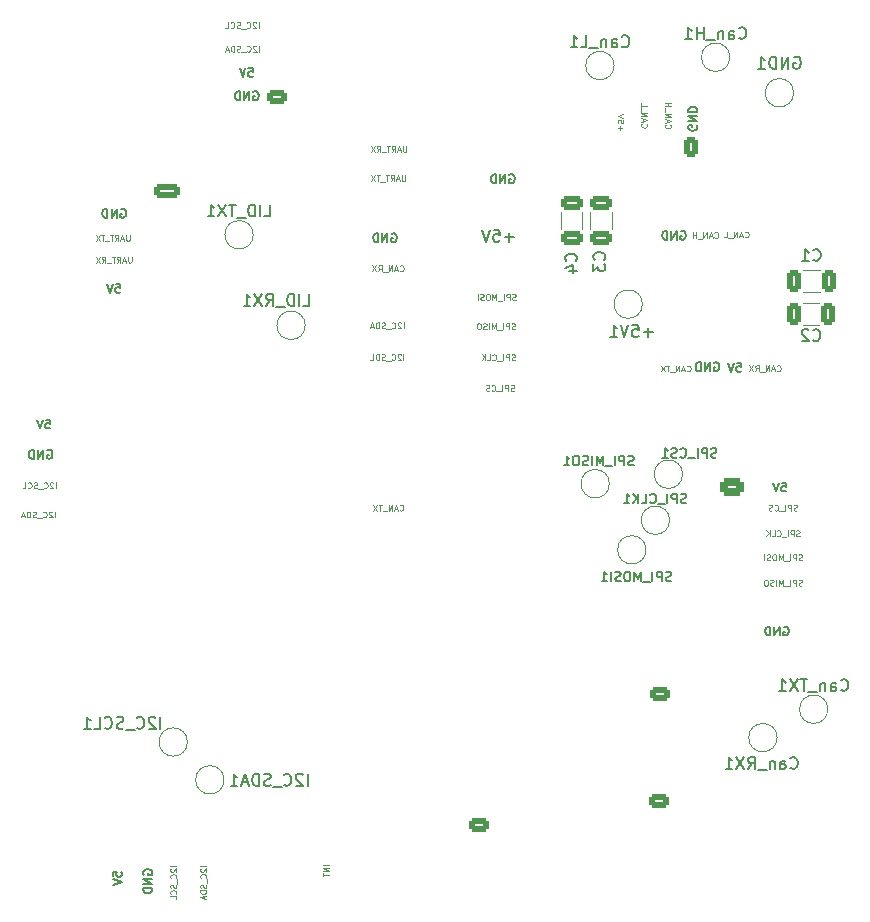
<source format=gbr>
%TF.GenerationSoftware,KiCad,Pcbnew,(6.0.0)*%
%TF.CreationDate,2022-05-13T11:59:29+02:00*%
%TF.ProjectId,Carte Odom_trie V2,43617274-6520-44f6-946f-6de974726965,rev?*%
%TF.SameCoordinates,Original*%
%TF.FileFunction,Legend,Bot*%
%TF.FilePolarity,Positive*%
%FSLAX46Y46*%
G04 Gerber Fmt 4.6, Leading zero omitted, Abs format (unit mm)*
G04 Created by KiCad (PCBNEW (6.0.0)) date 2022-05-13 11:59:29*
%MOMM*%
%LPD*%
G01*
G04 APERTURE LIST*
G04 Aperture macros list*
%AMRoundRect*
0 Rectangle with rounded corners*
0 $1 Rounding radius*
0 $2 $3 $4 $5 $6 $7 $8 $9 X,Y pos of 4 corners*
0 Add a 4 corners polygon primitive as box body*
4,1,4,$2,$3,$4,$5,$6,$7,$8,$9,$2,$3,0*
0 Add four circle primitives for the rounded corners*
1,1,$1+$1,$2,$3*
1,1,$1+$1,$4,$5*
1,1,$1+$1,$6,$7*
1,1,$1+$1,$8,$9*
0 Add four rect primitives between the rounded corners*
20,1,$1+$1,$2,$3,$4,$5,0*
20,1,$1+$1,$4,$5,$6,$7,0*
20,1,$1+$1,$6,$7,$8,$9,0*
20,1,$1+$1,$8,$9,$2,$3,0*%
G04 Aperture macros list end*
%ADD10C,0.100000*%
%ADD11C,0.150000*%
%ADD12C,0.120000*%
%ADD13R,1.700000X1.700000*%
%ADD14O,1.700000X1.700000*%
%ADD15RoundRect,0.250000X0.625000X-0.350000X0.625000X0.350000X-0.625000X0.350000X-0.625000X-0.350000X0*%
%ADD16O,1.750000X1.200000*%
%ADD17RoundRect,0.250000X0.350000X0.625000X-0.350000X0.625000X-0.350000X-0.625000X0.350000X-0.625000X0*%
%ADD18O,1.200000X1.750000*%
%ADD19C,2.000000*%
%ADD20RoundRect,0.312500X-0.687500X0.437500X-0.687500X-0.437500X0.687500X-0.437500X0.687500X0.437500X0*%
%ADD21O,2.500000X1.500000*%
%ADD22O,2.000000X1.500000*%
%ADD23RoundRect,0.250000X-0.850000X0.350000X-0.850000X-0.350000X0.850000X-0.350000X0.850000X0.350000X0*%
%ADD24O,3.000000X1.400000*%
%ADD25O,2.200000X1.400000*%
%ADD26RoundRect,0.250000X-0.625000X0.350000X-0.625000X-0.350000X0.625000X-0.350000X0.625000X0.350000X0*%
%ADD27R,2.000000X2.000000*%
%ADD28C,1.600000*%
%ADD29O,1.600000X1.600000*%
%ADD30R,1.600000X1.600000*%
%ADD31C,3.200000*%
%ADD32RoundRect,0.250000X-0.325000X-0.650000X0.325000X-0.650000X0.325000X0.650000X-0.325000X0.650000X0*%
%ADD33RoundRect,0.250000X-0.650000X0.325000X-0.650000X-0.325000X0.650000X-0.325000X0.650000X0.325000X0*%
G04 APERTURE END LIST*
D10*
X142251190Y-93076190D02*
X142251190Y-93480952D01*
X142227380Y-93528571D01*
X142203571Y-93552380D01*
X142155952Y-93576190D01*
X142060714Y-93576190D01*
X142013095Y-93552380D01*
X141989285Y-93528571D01*
X141965476Y-93480952D01*
X141965476Y-93076190D01*
X141751190Y-93433333D02*
X141513095Y-93433333D01*
X141798809Y-93576190D02*
X141632142Y-93076190D01*
X141465476Y-93576190D01*
X141013095Y-93576190D02*
X141179761Y-93338095D01*
X141298809Y-93576190D02*
X141298809Y-93076190D01*
X141108333Y-93076190D01*
X141060714Y-93100000D01*
X141036904Y-93123809D01*
X141013095Y-93171428D01*
X141013095Y-93242857D01*
X141036904Y-93290476D01*
X141060714Y-93314285D01*
X141108333Y-93338095D01*
X141298809Y-93338095D01*
X140870238Y-93076190D02*
X140584523Y-93076190D01*
X140727380Y-93576190D02*
X140727380Y-93076190D01*
X140536904Y-93623809D02*
X140155952Y-93623809D01*
X139751190Y-93576190D02*
X139917857Y-93338095D01*
X140036904Y-93576190D02*
X140036904Y-93076190D01*
X139846428Y-93076190D01*
X139798809Y-93100000D01*
X139775000Y-93123809D01*
X139751190Y-93171428D01*
X139751190Y-93242857D01*
X139775000Y-93290476D01*
X139798809Y-93314285D01*
X139846428Y-93338095D01*
X140036904Y-93338095D01*
X139584523Y-93076190D02*
X139251190Y-93576190D01*
X139251190Y-93076190D02*
X139584523Y-93576190D01*
D11*
X140915577Y-95379285D02*
X141272720Y-95379285D01*
X141308434Y-95736428D01*
X141272720Y-95700714D01*
X141201291Y-95665000D01*
X141022720Y-95665000D01*
X140951291Y-95700714D01*
X140915577Y-95736428D01*
X140879862Y-95807857D01*
X140879862Y-95986428D01*
X140915577Y-96057857D01*
X140951291Y-96093571D01*
X141022720Y-96129285D01*
X141201291Y-96129285D01*
X141272720Y-96093571D01*
X141308434Y-96057857D01*
X140665577Y-95379285D02*
X140415577Y-96129285D01*
X140165577Y-95379285D01*
D10*
X183589285Y-82392857D02*
X183589285Y-82011904D01*
X183398809Y-82202380D02*
X183779761Y-82202380D01*
X183898809Y-81535714D02*
X183898809Y-81773809D01*
X183660714Y-81797619D01*
X183684523Y-81773809D01*
X183708333Y-81726190D01*
X183708333Y-81607142D01*
X183684523Y-81559523D01*
X183660714Y-81535714D01*
X183613095Y-81511904D01*
X183494047Y-81511904D01*
X183446428Y-81535714D01*
X183422619Y-81559523D01*
X183398809Y-81607142D01*
X183398809Y-81726190D01*
X183422619Y-81773809D01*
X183446428Y-81797619D01*
X183898809Y-81369047D02*
X183398809Y-81202380D01*
X183898809Y-81035714D01*
D11*
X135121148Y-109480000D02*
X135192577Y-109444285D01*
X135299720Y-109444285D01*
X135406862Y-109480000D01*
X135478291Y-109551428D01*
X135514005Y-109622857D01*
X135549720Y-109765714D01*
X135549720Y-109872857D01*
X135514005Y-110015714D01*
X135478291Y-110087142D01*
X135406862Y-110158571D01*
X135299720Y-110194285D01*
X135228291Y-110194285D01*
X135121148Y-110158571D01*
X135085434Y-110122857D01*
X135085434Y-109872857D01*
X135228291Y-109872857D01*
X134764005Y-110194285D02*
X134764005Y-109444285D01*
X134335434Y-110194285D01*
X134335434Y-109444285D01*
X133978291Y-110194285D02*
X133978291Y-109444285D01*
X133799720Y-109444285D01*
X133692577Y-109480000D01*
X133621148Y-109551428D01*
X133585434Y-109622857D01*
X133549720Y-109765714D01*
X133549720Y-109872857D01*
X133585434Y-110015714D01*
X133621148Y-110087142D01*
X133692577Y-110158571D01*
X133799720Y-110194285D01*
X133978291Y-110194285D01*
D10*
X135826767Y-112686190D02*
X135826767Y-112186190D01*
X135612481Y-112233809D02*
X135588672Y-112210000D01*
X135541053Y-112186190D01*
X135422005Y-112186190D01*
X135374386Y-112210000D01*
X135350577Y-112233809D01*
X135326767Y-112281428D01*
X135326767Y-112329047D01*
X135350577Y-112400476D01*
X135636291Y-112686190D01*
X135326767Y-112686190D01*
X134826767Y-112638571D02*
X134850577Y-112662380D01*
X134922005Y-112686190D01*
X134969624Y-112686190D01*
X135041053Y-112662380D01*
X135088672Y-112614761D01*
X135112481Y-112567142D01*
X135136291Y-112471904D01*
X135136291Y-112400476D01*
X135112481Y-112305238D01*
X135088672Y-112257619D01*
X135041053Y-112210000D01*
X134969624Y-112186190D01*
X134922005Y-112186190D01*
X134850577Y-112210000D01*
X134826767Y-112233809D01*
X134731529Y-112733809D02*
X134350577Y-112733809D01*
X134255339Y-112662380D02*
X134183910Y-112686190D01*
X134064862Y-112686190D01*
X134017243Y-112662380D01*
X133993434Y-112638571D01*
X133969624Y-112590952D01*
X133969624Y-112543333D01*
X133993434Y-112495714D01*
X134017243Y-112471904D01*
X134064862Y-112448095D01*
X134160100Y-112424285D01*
X134207720Y-112400476D01*
X134231529Y-112376666D01*
X134255339Y-112329047D01*
X134255339Y-112281428D01*
X134231529Y-112233809D01*
X134207720Y-112210000D01*
X134160100Y-112186190D01*
X134041053Y-112186190D01*
X133969624Y-112210000D01*
X133469624Y-112638571D02*
X133493434Y-112662380D01*
X133564862Y-112686190D01*
X133612481Y-112686190D01*
X133683910Y-112662380D01*
X133731529Y-112614761D01*
X133755339Y-112567142D01*
X133779148Y-112471904D01*
X133779148Y-112400476D01*
X133755339Y-112305238D01*
X133731529Y-112257619D01*
X133683910Y-112210000D01*
X133612481Y-112186190D01*
X133564862Y-112186190D01*
X133493434Y-112210000D01*
X133469624Y-112233809D01*
X133017243Y-112686190D02*
X133255339Y-112686190D01*
X133255339Y-112186190D01*
X165416666Y-86176190D02*
X165416666Y-86580952D01*
X165392857Y-86628571D01*
X165369047Y-86652380D01*
X165321428Y-86676190D01*
X165226190Y-86676190D01*
X165178571Y-86652380D01*
X165154761Y-86628571D01*
X165130952Y-86580952D01*
X165130952Y-86176190D01*
X164916666Y-86533333D02*
X164678571Y-86533333D01*
X164964285Y-86676190D02*
X164797619Y-86176190D01*
X164630952Y-86676190D01*
X164178571Y-86676190D02*
X164345238Y-86438095D01*
X164464285Y-86676190D02*
X164464285Y-86176190D01*
X164273809Y-86176190D01*
X164226190Y-86200000D01*
X164202380Y-86223809D01*
X164178571Y-86271428D01*
X164178571Y-86342857D01*
X164202380Y-86390476D01*
X164226190Y-86414285D01*
X164273809Y-86438095D01*
X164464285Y-86438095D01*
X164035714Y-86176190D02*
X163750000Y-86176190D01*
X163892857Y-86676190D02*
X163892857Y-86176190D01*
X163702380Y-86723809D02*
X163321428Y-86723809D01*
X163273809Y-86176190D02*
X162988095Y-86176190D01*
X163130952Y-86676190D02*
X163130952Y-86176190D01*
X162869047Y-86176190D02*
X162535714Y-86676190D01*
X162535714Y-86176190D02*
X162869047Y-86676190D01*
X174704761Y-101824880D02*
X174633333Y-101848690D01*
X174514285Y-101848690D01*
X174466666Y-101824880D01*
X174442857Y-101801071D01*
X174419047Y-101753452D01*
X174419047Y-101705833D01*
X174442857Y-101658214D01*
X174466666Y-101634404D01*
X174514285Y-101610595D01*
X174609523Y-101586785D01*
X174657142Y-101562976D01*
X174680952Y-101539166D01*
X174704761Y-101491547D01*
X174704761Y-101443928D01*
X174680952Y-101396309D01*
X174657142Y-101372500D01*
X174609523Y-101348690D01*
X174490476Y-101348690D01*
X174419047Y-101372500D01*
X174204761Y-101848690D02*
X174204761Y-101348690D01*
X174014285Y-101348690D01*
X173966666Y-101372500D01*
X173942857Y-101396309D01*
X173919047Y-101443928D01*
X173919047Y-101515357D01*
X173942857Y-101562976D01*
X173966666Y-101586785D01*
X174014285Y-101610595D01*
X174204761Y-101610595D01*
X173704761Y-101848690D02*
X173704761Y-101348690D01*
X173585714Y-101896309D02*
X173204761Y-101896309D01*
X172800000Y-101801071D02*
X172823809Y-101824880D01*
X172895238Y-101848690D01*
X172942857Y-101848690D01*
X173014285Y-101824880D01*
X173061904Y-101777261D01*
X173085714Y-101729642D01*
X173109523Y-101634404D01*
X173109523Y-101562976D01*
X173085714Y-101467738D01*
X173061904Y-101420119D01*
X173014285Y-101372500D01*
X172942857Y-101348690D01*
X172895238Y-101348690D01*
X172823809Y-101372500D01*
X172800000Y-101396309D01*
X172347619Y-101848690D02*
X172585714Y-101848690D01*
X172585714Y-101348690D01*
X172180952Y-101848690D02*
X172180952Y-101348690D01*
X171895238Y-101848690D02*
X172109523Y-101562976D01*
X171895238Y-101348690D02*
X172180952Y-101634404D01*
X187471428Y-81898809D02*
X187447619Y-81922619D01*
X187423809Y-81994047D01*
X187423809Y-82041666D01*
X187447619Y-82113095D01*
X187495238Y-82160714D01*
X187542857Y-82184523D01*
X187638095Y-82208333D01*
X187709523Y-82208333D01*
X187804761Y-82184523D01*
X187852380Y-82160714D01*
X187900000Y-82113095D01*
X187923809Y-82041666D01*
X187923809Y-81994047D01*
X187900000Y-81922619D01*
X187876190Y-81898809D01*
X187566666Y-81708333D02*
X187566666Y-81470238D01*
X187423809Y-81755952D02*
X187923809Y-81589285D01*
X187423809Y-81422619D01*
X187423809Y-81255952D02*
X187923809Y-81255952D01*
X187423809Y-80970238D01*
X187923809Y-80970238D01*
X187376190Y-80851190D02*
X187376190Y-80470238D01*
X187423809Y-80351190D02*
X187923809Y-80351190D01*
X187685714Y-80351190D02*
X187685714Y-80065476D01*
X187423809Y-80065476D02*
X187923809Y-80065476D01*
X158976190Y-144581619D02*
X158476190Y-144581619D01*
X158976190Y-144819714D02*
X158476190Y-144819714D01*
X158976190Y-145105428D01*
X158476190Y-145105428D01*
X158476190Y-145272095D02*
X158476190Y-145557809D01*
X158976190Y-145414952D02*
X158476190Y-145414952D01*
X165280952Y-99151190D02*
X165280952Y-98651190D01*
X165066666Y-98698809D02*
X165042857Y-98675000D01*
X164995238Y-98651190D01*
X164876190Y-98651190D01*
X164828571Y-98675000D01*
X164804761Y-98698809D01*
X164780952Y-98746428D01*
X164780952Y-98794047D01*
X164804761Y-98865476D01*
X165090476Y-99151190D01*
X164780952Y-99151190D01*
X164280952Y-99103571D02*
X164304761Y-99127380D01*
X164376190Y-99151190D01*
X164423809Y-99151190D01*
X164495238Y-99127380D01*
X164542857Y-99079761D01*
X164566666Y-99032142D01*
X164590476Y-98936904D01*
X164590476Y-98865476D01*
X164566666Y-98770238D01*
X164542857Y-98722619D01*
X164495238Y-98675000D01*
X164423809Y-98651190D01*
X164376190Y-98651190D01*
X164304761Y-98675000D01*
X164280952Y-98698809D01*
X164185714Y-99198809D02*
X163804761Y-99198809D01*
X163709523Y-99127380D02*
X163638095Y-99151190D01*
X163519047Y-99151190D01*
X163471428Y-99127380D01*
X163447619Y-99103571D01*
X163423809Y-99055952D01*
X163423809Y-99008333D01*
X163447619Y-98960714D01*
X163471428Y-98936904D01*
X163519047Y-98913095D01*
X163614285Y-98889285D01*
X163661904Y-98865476D01*
X163685714Y-98841666D01*
X163709523Y-98794047D01*
X163709523Y-98746428D01*
X163685714Y-98698809D01*
X163661904Y-98675000D01*
X163614285Y-98651190D01*
X163495238Y-98651190D01*
X163423809Y-98675000D01*
X163209523Y-99151190D02*
X163209523Y-98651190D01*
X163090476Y-98651190D01*
X163019047Y-98675000D01*
X162971428Y-98722619D01*
X162947619Y-98770238D01*
X162923809Y-98865476D01*
X162923809Y-98936904D01*
X162947619Y-99032142D01*
X162971428Y-99079761D01*
X163019047Y-99127380D01*
X163090476Y-99151190D01*
X163209523Y-99151190D01*
X162733333Y-99008333D02*
X162495238Y-99008333D01*
X162780952Y-99151190D02*
X162614285Y-98651190D01*
X162447619Y-99151190D01*
D11*
X191571428Y-102050000D02*
X191642857Y-102014285D01*
X191750000Y-102014285D01*
X191857142Y-102050000D01*
X191928571Y-102121428D01*
X191964285Y-102192857D01*
X192000000Y-102335714D01*
X192000000Y-102442857D01*
X191964285Y-102585714D01*
X191928571Y-102657142D01*
X191857142Y-102728571D01*
X191750000Y-102764285D01*
X191678571Y-102764285D01*
X191571428Y-102728571D01*
X191535714Y-102692857D01*
X191535714Y-102442857D01*
X191678571Y-102442857D01*
X191214285Y-102764285D02*
X191214285Y-102014285D01*
X190785714Y-102764285D01*
X190785714Y-102014285D01*
X190428571Y-102764285D02*
X190428571Y-102014285D01*
X190250000Y-102014285D01*
X190142857Y-102050000D01*
X190071428Y-102121428D01*
X190035714Y-102192857D01*
X190000000Y-102335714D01*
X190000000Y-102442857D01*
X190035714Y-102585714D01*
X190071428Y-102657142D01*
X190142857Y-102728571D01*
X190250000Y-102764285D01*
X190428571Y-102764285D01*
X188746428Y-90925000D02*
X188817857Y-90889285D01*
X188925000Y-90889285D01*
X189032142Y-90925000D01*
X189103571Y-90996428D01*
X189139285Y-91067857D01*
X189175000Y-91210714D01*
X189175000Y-91317857D01*
X189139285Y-91460714D01*
X189103571Y-91532142D01*
X189032142Y-91603571D01*
X188925000Y-91639285D01*
X188853571Y-91639285D01*
X188746428Y-91603571D01*
X188710714Y-91567857D01*
X188710714Y-91317857D01*
X188853571Y-91317857D01*
X188389285Y-91639285D02*
X188389285Y-90889285D01*
X187960714Y-91639285D01*
X187960714Y-90889285D01*
X187603571Y-91639285D02*
X187603571Y-90889285D01*
X187425000Y-90889285D01*
X187317857Y-90925000D01*
X187246428Y-90996428D01*
X187210714Y-91067857D01*
X187175000Y-91210714D01*
X187175000Y-91317857D01*
X187210714Y-91460714D01*
X187246428Y-91532142D01*
X187317857Y-91603571D01*
X187425000Y-91639285D01*
X187603571Y-91639285D01*
D10*
X194189285Y-91403571D02*
X194213095Y-91427380D01*
X194284523Y-91451190D01*
X194332142Y-91451190D01*
X194403571Y-91427380D01*
X194451190Y-91379761D01*
X194475000Y-91332142D01*
X194498809Y-91236904D01*
X194498809Y-91165476D01*
X194475000Y-91070238D01*
X194451190Y-91022619D01*
X194403571Y-90975000D01*
X194332142Y-90951190D01*
X194284523Y-90951190D01*
X194213095Y-90975000D01*
X194189285Y-90998809D01*
X193998809Y-91308333D02*
X193760714Y-91308333D01*
X194046428Y-91451190D02*
X193879761Y-90951190D01*
X193713095Y-91451190D01*
X193546428Y-91451190D02*
X193546428Y-90951190D01*
X193260714Y-91451190D01*
X193260714Y-90951190D01*
X193141666Y-91498809D02*
X192760714Y-91498809D01*
X192403571Y-91451190D02*
X192641666Y-91451190D01*
X192641666Y-90951190D01*
D11*
X197465628Y-124434000D02*
X197537057Y-124398285D01*
X197644200Y-124398285D01*
X197751342Y-124434000D01*
X197822771Y-124505428D01*
X197858485Y-124576857D01*
X197894200Y-124719714D01*
X197894200Y-124826857D01*
X197858485Y-124969714D01*
X197822771Y-125041142D01*
X197751342Y-125112571D01*
X197644200Y-125148285D01*
X197572771Y-125148285D01*
X197465628Y-125112571D01*
X197429914Y-125076857D01*
X197429914Y-124826857D01*
X197572771Y-124826857D01*
X197108485Y-125148285D02*
X197108485Y-124398285D01*
X196679914Y-125148285D01*
X196679914Y-124398285D01*
X196322771Y-125148285D02*
X196322771Y-124398285D01*
X196144200Y-124398285D01*
X196037057Y-124434000D01*
X195965628Y-124505428D01*
X195929914Y-124576857D01*
X195894200Y-124719714D01*
X195894200Y-124826857D01*
X195929914Y-124969714D01*
X195965628Y-125041142D01*
X196037057Y-125112571D01*
X196144200Y-125148285D01*
X196322771Y-125148285D01*
X140660977Y-145554646D02*
X140660977Y-145197504D01*
X141018120Y-145161789D01*
X140982406Y-145197504D01*
X140946692Y-145268932D01*
X140946692Y-145447504D01*
X140982406Y-145518932D01*
X141018120Y-145554646D01*
X141089549Y-145590361D01*
X141268120Y-145590361D01*
X141339549Y-145554646D01*
X141375263Y-145518932D01*
X141410977Y-145447504D01*
X141410977Y-145268932D01*
X141375263Y-145197504D01*
X141339549Y-145161789D01*
X140660977Y-145804646D02*
X141410977Y-146054646D01*
X140660977Y-146304646D01*
D10*
X153007047Y-73726190D02*
X153007047Y-73226190D01*
X152792761Y-73273809D02*
X152768952Y-73250000D01*
X152721333Y-73226190D01*
X152602285Y-73226190D01*
X152554666Y-73250000D01*
X152530857Y-73273809D01*
X152507047Y-73321428D01*
X152507047Y-73369047D01*
X152530857Y-73440476D01*
X152816571Y-73726190D01*
X152507047Y-73726190D01*
X152007047Y-73678571D02*
X152030857Y-73702380D01*
X152102285Y-73726190D01*
X152149904Y-73726190D01*
X152221333Y-73702380D01*
X152268952Y-73654761D01*
X152292761Y-73607142D01*
X152316571Y-73511904D01*
X152316571Y-73440476D01*
X152292761Y-73345238D01*
X152268952Y-73297619D01*
X152221333Y-73250000D01*
X152149904Y-73226190D01*
X152102285Y-73226190D01*
X152030857Y-73250000D01*
X152007047Y-73273809D01*
X151911809Y-73773809D02*
X151530857Y-73773809D01*
X151435619Y-73702380D02*
X151364190Y-73726190D01*
X151245142Y-73726190D01*
X151197523Y-73702380D01*
X151173714Y-73678571D01*
X151149904Y-73630952D01*
X151149904Y-73583333D01*
X151173714Y-73535714D01*
X151197523Y-73511904D01*
X151245142Y-73488095D01*
X151340380Y-73464285D01*
X151388000Y-73440476D01*
X151411809Y-73416666D01*
X151435619Y-73369047D01*
X151435619Y-73321428D01*
X151411809Y-73273809D01*
X151388000Y-73250000D01*
X151340380Y-73226190D01*
X151221333Y-73226190D01*
X151149904Y-73250000D01*
X150649904Y-73678571D02*
X150673714Y-73702380D01*
X150745142Y-73726190D01*
X150792761Y-73726190D01*
X150864190Y-73702380D01*
X150911809Y-73654761D01*
X150935619Y-73607142D01*
X150959428Y-73511904D01*
X150959428Y-73440476D01*
X150935619Y-73345238D01*
X150911809Y-73297619D01*
X150864190Y-73250000D01*
X150792761Y-73226190D01*
X150745142Y-73226190D01*
X150673714Y-73250000D01*
X150649904Y-73273809D01*
X150197523Y-73726190D02*
X150435619Y-73726190D01*
X150435619Y-73226190D01*
X189265476Y-102753571D02*
X189289285Y-102777380D01*
X189360714Y-102801190D01*
X189408333Y-102801190D01*
X189479761Y-102777380D01*
X189527380Y-102729761D01*
X189551190Y-102682142D01*
X189575000Y-102586904D01*
X189575000Y-102515476D01*
X189551190Y-102420238D01*
X189527380Y-102372619D01*
X189479761Y-102325000D01*
X189408333Y-102301190D01*
X189360714Y-102301190D01*
X189289285Y-102325000D01*
X189265476Y-102348809D01*
X189075000Y-102658333D02*
X188836904Y-102658333D01*
X189122619Y-102801190D02*
X188955952Y-102301190D01*
X188789285Y-102801190D01*
X188622619Y-102801190D02*
X188622619Y-102301190D01*
X188336904Y-102801190D01*
X188336904Y-102301190D01*
X188217857Y-102848809D02*
X187836904Y-102848809D01*
X187789285Y-102301190D02*
X187503571Y-102301190D01*
X187646428Y-102801190D02*
X187646428Y-102301190D01*
X187384523Y-102301190D02*
X187051190Y-102801190D01*
X187051190Y-102301190D02*
X187384523Y-102801190D01*
X174707142Y-99197380D02*
X174635714Y-99221190D01*
X174516666Y-99221190D01*
X174469047Y-99197380D01*
X174445238Y-99173571D01*
X174421428Y-99125952D01*
X174421428Y-99078333D01*
X174445238Y-99030714D01*
X174469047Y-99006904D01*
X174516666Y-98983095D01*
X174611904Y-98959285D01*
X174659523Y-98935476D01*
X174683333Y-98911666D01*
X174707142Y-98864047D01*
X174707142Y-98816428D01*
X174683333Y-98768809D01*
X174659523Y-98745000D01*
X174611904Y-98721190D01*
X174492857Y-98721190D01*
X174421428Y-98745000D01*
X174207142Y-99221190D02*
X174207142Y-98721190D01*
X174016666Y-98721190D01*
X173969047Y-98745000D01*
X173945238Y-98768809D01*
X173921428Y-98816428D01*
X173921428Y-98887857D01*
X173945238Y-98935476D01*
X173969047Y-98959285D01*
X174016666Y-98983095D01*
X174207142Y-98983095D01*
X173707142Y-99221190D02*
X173707142Y-98721190D01*
X173588095Y-99268809D02*
X173207142Y-99268809D01*
X173088095Y-99221190D02*
X173088095Y-98721190D01*
X172921428Y-99078333D01*
X172754761Y-98721190D01*
X172754761Y-99221190D01*
X172516666Y-99221190D02*
X172516666Y-98721190D01*
X172302380Y-99197380D02*
X172230952Y-99221190D01*
X172111904Y-99221190D01*
X172064285Y-99197380D01*
X172040476Y-99173571D01*
X172016666Y-99125952D01*
X172016666Y-99078333D01*
X172040476Y-99030714D01*
X172064285Y-99006904D01*
X172111904Y-98983095D01*
X172207142Y-98959285D01*
X172254761Y-98935476D01*
X172278571Y-98911666D01*
X172302380Y-98864047D01*
X172302380Y-98816428D01*
X172278571Y-98768809D01*
X172254761Y-98745000D01*
X172207142Y-98721190D01*
X172088095Y-98721190D01*
X172016666Y-98745000D01*
X171707142Y-98721190D02*
X171611904Y-98721190D01*
X171564285Y-98745000D01*
X171516666Y-98792619D01*
X171492857Y-98887857D01*
X171492857Y-99054523D01*
X171516666Y-99149761D01*
X171564285Y-99197380D01*
X171611904Y-99221190D01*
X171707142Y-99221190D01*
X171754761Y-99197380D01*
X171802380Y-99149761D01*
X171826190Y-99054523D01*
X171826190Y-98887857D01*
X171802380Y-98792619D01*
X171754761Y-98745000D01*
X171707142Y-98721190D01*
D11*
X193492857Y-102064285D02*
X193850000Y-102064285D01*
X193885714Y-102421428D01*
X193850000Y-102385714D01*
X193778571Y-102350000D01*
X193600000Y-102350000D01*
X193528571Y-102385714D01*
X193492857Y-102421428D01*
X193457142Y-102492857D01*
X193457142Y-102671428D01*
X193492857Y-102742857D01*
X193528571Y-102778571D01*
X193600000Y-102814285D01*
X193778571Y-102814285D01*
X193850000Y-102778571D01*
X193885714Y-102742857D01*
X193242857Y-102064285D02*
X192992857Y-102814285D01*
X192742857Y-102064285D01*
D10*
X185446428Y-81839285D02*
X185422619Y-81863095D01*
X185398809Y-81934523D01*
X185398809Y-81982142D01*
X185422619Y-82053571D01*
X185470238Y-82101190D01*
X185517857Y-82125000D01*
X185613095Y-82148809D01*
X185684523Y-82148809D01*
X185779761Y-82125000D01*
X185827380Y-82101190D01*
X185875000Y-82053571D01*
X185898809Y-81982142D01*
X185898809Y-81934523D01*
X185875000Y-81863095D01*
X185851190Y-81839285D01*
X185541666Y-81648809D02*
X185541666Y-81410714D01*
X185398809Y-81696428D02*
X185898809Y-81529761D01*
X185398809Y-81363095D01*
X185398809Y-81196428D02*
X185898809Y-81196428D01*
X185398809Y-80910714D01*
X185898809Y-80910714D01*
X185351190Y-80791666D02*
X185351190Y-80410714D01*
X185398809Y-80053571D02*
X185398809Y-80291666D01*
X185898809Y-80291666D01*
X164940476Y-114528571D02*
X164964285Y-114552380D01*
X165035714Y-114576190D01*
X165083333Y-114576190D01*
X165154761Y-114552380D01*
X165202380Y-114504761D01*
X165226190Y-114457142D01*
X165250000Y-114361904D01*
X165250000Y-114290476D01*
X165226190Y-114195238D01*
X165202380Y-114147619D01*
X165154761Y-114100000D01*
X165083333Y-114076190D01*
X165035714Y-114076190D01*
X164964285Y-114100000D01*
X164940476Y-114123809D01*
X164750000Y-114433333D02*
X164511904Y-114433333D01*
X164797619Y-114576190D02*
X164630952Y-114076190D01*
X164464285Y-114576190D01*
X164297619Y-114576190D02*
X164297619Y-114076190D01*
X164011904Y-114576190D01*
X164011904Y-114076190D01*
X163892857Y-114623809D02*
X163511904Y-114623809D01*
X163464285Y-114076190D02*
X163178571Y-114076190D01*
X163321428Y-114576190D02*
X163321428Y-114076190D01*
X163059523Y-114076190D02*
X162726190Y-114576190D01*
X162726190Y-114076190D02*
X163059523Y-114576190D01*
X153018952Y-75726190D02*
X153018952Y-75226190D01*
X152804666Y-75273809D02*
X152780857Y-75250000D01*
X152733238Y-75226190D01*
X152614190Y-75226190D01*
X152566571Y-75250000D01*
X152542761Y-75273809D01*
X152518952Y-75321428D01*
X152518952Y-75369047D01*
X152542761Y-75440476D01*
X152828476Y-75726190D01*
X152518952Y-75726190D01*
X152018952Y-75678571D02*
X152042761Y-75702380D01*
X152114190Y-75726190D01*
X152161809Y-75726190D01*
X152233238Y-75702380D01*
X152280857Y-75654761D01*
X152304666Y-75607142D01*
X152328476Y-75511904D01*
X152328476Y-75440476D01*
X152304666Y-75345238D01*
X152280857Y-75297619D01*
X152233238Y-75250000D01*
X152161809Y-75226190D01*
X152114190Y-75226190D01*
X152042761Y-75250000D01*
X152018952Y-75273809D01*
X151923714Y-75773809D02*
X151542761Y-75773809D01*
X151447523Y-75702380D02*
X151376095Y-75726190D01*
X151257047Y-75726190D01*
X151209428Y-75702380D01*
X151185619Y-75678571D01*
X151161809Y-75630952D01*
X151161809Y-75583333D01*
X151185619Y-75535714D01*
X151209428Y-75511904D01*
X151257047Y-75488095D01*
X151352285Y-75464285D01*
X151399904Y-75440476D01*
X151423714Y-75416666D01*
X151447523Y-75369047D01*
X151447523Y-75321428D01*
X151423714Y-75273809D01*
X151399904Y-75250000D01*
X151352285Y-75226190D01*
X151233238Y-75226190D01*
X151161809Y-75250000D01*
X150947523Y-75726190D02*
X150947523Y-75226190D01*
X150828476Y-75226190D01*
X150757047Y-75250000D01*
X150709428Y-75297619D01*
X150685619Y-75345238D01*
X150661809Y-75440476D01*
X150661809Y-75511904D01*
X150685619Y-75607142D01*
X150709428Y-75654761D01*
X150757047Y-75702380D01*
X150828476Y-75726190D01*
X150947523Y-75726190D01*
X150471333Y-75583333D02*
X150233238Y-75583333D01*
X150518952Y-75726190D02*
X150352285Y-75226190D01*
X150185619Y-75726190D01*
X199009342Y-120904380D02*
X198937914Y-120928190D01*
X198818866Y-120928190D01*
X198771247Y-120904380D01*
X198747438Y-120880571D01*
X198723628Y-120832952D01*
X198723628Y-120785333D01*
X198747438Y-120737714D01*
X198771247Y-120713904D01*
X198818866Y-120690095D01*
X198914104Y-120666285D01*
X198961723Y-120642476D01*
X198985533Y-120618666D01*
X199009342Y-120571047D01*
X199009342Y-120523428D01*
X198985533Y-120475809D01*
X198961723Y-120452000D01*
X198914104Y-120428190D01*
X198795057Y-120428190D01*
X198723628Y-120452000D01*
X198509342Y-120928190D02*
X198509342Y-120428190D01*
X198318866Y-120428190D01*
X198271247Y-120452000D01*
X198247438Y-120475809D01*
X198223628Y-120523428D01*
X198223628Y-120594857D01*
X198247438Y-120642476D01*
X198271247Y-120666285D01*
X198318866Y-120690095D01*
X198509342Y-120690095D01*
X198009342Y-120928190D02*
X198009342Y-120428190D01*
X197890295Y-120975809D02*
X197509342Y-120975809D01*
X197390295Y-120928190D02*
X197390295Y-120428190D01*
X197223628Y-120785333D01*
X197056961Y-120428190D01*
X197056961Y-120928190D01*
X196818866Y-120928190D02*
X196818866Y-120428190D01*
X196604580Y-120904380D02*
X196533152Y-120928190D01*
X196414104Y-120928190D01*
X196366485Y-120904380D01*
X196342676Y-120880571D01*
X196318866Y-120832952D01*
X196318866Y-120785333D01*
X196342676Y-120737714D01*
X196366485Y-120713904D01*
X196414104Y-120690095D01*
X196509342Y-120666285D01*
X196556961Y-120642476D01*
X196580771Y-120618666D01*
X196604580Y-120571047D01*
X196604580Y-120523428D01*
X196580771Y-120475809D01*
X196556961Y-120452000D01*
X196509342Y-120428190D01*
X196390295Y-120428190D01*
X196318866Y-120452000D01*
X196009342Y-120428190D02*
X195914104Y-120428190D01*
X195866485Y-120452000D01*
X195818866Y-120499619D01*
X195795057Y-120594857D01*
X195795057Y-120761523D01*
X195818866Y-120856761D01*
X195866485Y-120904380D01*
X195914104Y-120928190D01*
X196009342Y-120928190D01*
X196056961Y-120904380D01*
X196104580Y-120856761D01*
X196128390Y-120761523D01*
X196128390Y-120594857D01*
X196104580Y-120499619D01*
X196056961Y-120452000D01*
X196009342Y-120428190D01*
X164975000Y-94278571D02*
X164998809Y-94302380D01*
X165070238Y-94326190D01*
X165117857Y-94326190D01*
X165189285Y-94302380D01*
X165236904Y-94254761D01*
X165260714Y-94207142D01*
X165284523Y-94111904D01*
X165284523Y-94040476D01*
X165260714Y-93945238D01*
X165236904Y-93897619D01*
X165189285Y-93850000D01*
X165117857Y-93826190D01*
X165070238Y-93826190D01*
X164998809Y-93850000D01*
X164975000Y-93873809D01*
X164784523Y-94183333D02*
X164546428Y-94183333D01*
X164832142Y-94326190D02*
X164665476Y-93826190D01*
X164498809Y-94326190D01*
X164332142Y-94326190D02*
X164332142Y-93826190D01*
X164046428Y-94326190D01*
X164046428Y-93826190D01*
X163927380Y-94373809D02*
X163546428Y-94373809D01*
X163141666Y-94326190D02*
X163308333Y-94088095D01*
X163427380Y-94326190D02*
X163427380Y-93826190D01*
X163236904Y-93826190D01*
X163189285Y-93850000D01*
X163165476Y-93873809D01*
X163141666Y-93921428D01*
X163141666Y-93992857D01*
X163165476Y-94040476D01*
X163189285Y-94064285D01*
X163236904Y-94088095D01*
X163427380Y-94088095D01*
X162975000Y-93826190D02*
X162641666Y-94326190D01*
X162641666Y-93826190D02*
X162975000Y-94326190D01*
X146022190Y-144680952D02*
X145522190Y-144680952D01*
X145569809Y-144895238D02*
X145546000Y-144919047D01*
X145522190Y-144966666D01*
X145522190Y-145085714D01*
X145546000Y-145133333D01*
X145569809Y-145157142D01*
X145617428Y-145180952D01*
X145665047Y-145180952D01*
X145736476Y-145157142D01*
X146022190Y-144871428D01*
X146022190Y-145180952D01*
X145974571Y-145680952D02*
X145998380Y-145657142D01*
X146022190Y-145585714D01*
X146022190Y-145538095D01*
X145998380Y-145466666D01*
X145950761Y-145419047D01*
X145903142Y-145395238D01*
X145807904Y-145371428D01*
X145736476Y-145371428D01*
X145641238Y-145395238D01*
X145593619Y-145419047D01*
X145546000Y-145466666D01*
X145522190Y-145538095D01*
X145522190Y-145585714D01*
X145546000Y-145657142D01*
X145569809Y-145680952D01*
X146069809Y-145776190D02*
X146069809Y-146157142D01*
X145998380Y-146252380D02*
X146022190Y-146323809D01*
X146022190Y-146442857D01*
X145998380Y-146490476D01*
X145974571Y-146514285D01*
X145926952Y-146538095D01*
X145879333Y-146538095D01*
X145831714Y-146514285D01*
X145807904Y-146490476D01*
X145784095Y-146442857D01*
X145760285Y-146347619D01*
X145736476Y-146300000D01*
X145712666Y-146276190D01*
X145665047Y-146252380D01*
X145617428Y-146252380D01*
X145569809Y-146276190D01*
X145546000Y-146300000D01*
X145522190Y-146347619D01*
X145522190Y-146466666D01*
X145546000Y-146538095D01*
X145974571Y-147038095D02*
X145998380Y-147014285D01*
X146022190Y-146942857D01*
X146022190Y-146895238D01*
X145998380Y-146823809D01*
X145950761Y-146776190D01*
X145903142Y-146752380D01*
X145807904Y-146728571D01*
X145736476Y-146728571D01*
X145641238Y-146752380D01*
X145593619Y-146776190D01*
X145546000Y-146823809D01*
X145522190Y-146895238D01*
X145522190Y-146942857D01*
X145546000Y-147014285D01*
X145569809Y-147038095D01*
X146022190Y-147490476D02*
X146022190Y-147252380D01*
X145522190Y-147252380D01*
X174640476Y-104422380D02*
X174569047Y-104446190D01*
X174450000Y-104446190D01*
X174402380Y-104422380D01*
X174378571Y-104398571D01*
X174354761Y-104350952D01*
X174354761Y-104303333D01*
X174378571Y-104255714D01*
X174402380Y-104231904D01*
X174450000Y-104208095D01*
X174545238Y-104184285D01*
X174592857Y-104160476D01*
X174616666Y-104136666D01*
X174640476Y-104089047D01*
X174640476Y-104041428D01*
X174616666Y-103993809D01*
X174592857Y-103970000D01*
X174545238Y-103946190D01*
X174426190Y-103946190D01*
X174354761Y-103970000D01*
X174140476Y-104446190D02*
X174140476Y-103946190D01*
X173950000Y-103946190D01*
X173902380Y-103970000D01*
X173878571Y-103993809D01*
X173854761Y-104041428D01*
X173854761Y-104112857D01*
X173878571Y-104160476D01*
X173902380Y-104184285D01*
X173950000Y-104208095D01*
X174140476Y-104208095D01*
X173640476Y-104446190D02*
X173640476Y-103946190D01*
X173521428Y-104493809D02*
X173140476Y-104493809D01*
X172735714Y-104398571D02*
X172759523Y-104422380D01*
X172830952Y-104446190D01*
X172878571Y-104446190D01*
X172950000Y-104422380D01*
X172997619Y-104374761D01*
X173021428Y-104327142D01*
X173045238Y-104231904D01*
X173045238Y-104160476D01*
X173021428Y-104065238D01*
X172997619Y-104017619D01*
X172950000Y-103970000D01*
X172878571Y-103946190D01*
X172830952Y-103946190D01*
X172759523Y-103970000D01*
X172735714Y-103993809D01*
X172545238Y-104422380D02*
X172473809Y-104446190D01*
X172354761Y-104446190D01*
X172307142Y-104422380D01*
X172283333Y-104398571D01*
X172259523Y-104350952D01*
X172259523Y-104303333D01*
X172283333Y-104255714D01*
X172307142Y-104231904D01*
X172354761Y-104208095D01*
X172450000Y-104184285D01*
X172497619Y-104160476D01*
X172521428Y-104136666D01*
X172545238Y-104089047D01*
X172545238Y-104041428D01*
X172521428Y-103993809D01*
X172497619Y-103970000D01*
X172450000Y-103946190D01*
X172330952Y-103946190D01*
X172259523Y-103970000D01*
D11*
X143271000Y-145395571D02*
X143235285Y-145324142D01*
X143235285Y-145217000D01*
X143271000Y-145109857D01*
X143342428Y-145038428D01*
X143413857Y-145002714D01*
X143556714Y-144967000D01*
X143663857Y-144967000D01*
X143806714Y-145002714D01*
X143878142Y-145038428D01*
X143949571Y-145109857D01*
X143985285Y-145217000D01*
X143985285Y-145288428D01*
X143949571Y-145395571D01*
X143913857Y-145431285D01*
X143663857Y-145431285D01*
X143663857Y-145288428D01*
X143985285Y-145752714D02*
X143235285Y-145752714D01*
X143985285Y-146181285D01*
X143235285Y-146181285D01*
X143985285Y-146538428D02*
X143235285Y-146538428D01*
X143235285Y-146717000D01*
X143271000Y-146824142D01*
X143342428Y-146895571D01*
X143413857Y-146931285D01*
X143556714Y-146967000D01*
X143663857Y-146967000D01*
X143806714Y-146931285D01*
X143878142Y-146895571D01*
X143949571Y-146824142D01*
X143985285Y-146717000D01*
X143985285Y-146538428D01*
D10*
X191598809Y-91453571D02*
X191622619Y-91477380D01*
X191694047Y-91501190D01*
X191741666Y-91501190D01*
X191813095Y-91477380D01*
X191860714Y-91429761D01*
X191884523Y-91382142D01*
X191908333Y-91286904D01*
X191908333Y-91215476D01*
X191884523Y-91120238D01*
X191860714Y-91072619D01*
X191813095Y-91025000D01*
X191741666Y-91001190D01*
X191694047Y-91001190D01*
X191622619Y-91025000D01*
X191598809Y-91048809D01*
X191408333Y-91358333D02*
X191170238Y-91358333D01*
X191455952Y-91501190D02*
X191289285Y-91001190D01*
X191122619Y-91501190D01*
X190955952Y-91501190D02*
X190955952Y-91001190D01*
X190670238Y-91501190D01*
X190670238Y-91001190D01*
X190551190Y-91548809D02*
X190170238Y-91548809D01*
X190051190Y-91501190D02*
X190051190Y-91001190D01*
X190051190Y-91239285D02*
X189765476Y-91239285D01*
X189765476Y-91501190D02*
X189765476Y-91001190D01*
D11*
X174610714Y-91421428D02*
X173848809Y-91421428D01*
X174229761Y-91802380D02*
X174229761Y-91040476D01*
X172896428Y-90802380D02*
X173372619Y-90802380D01*
X173420238Y-91278571D01*
X173372619Y-91230952D01*
X173277380Y-91183333D01*
X173039285Y-91183333D01*
X172944047Y-91230952D01*
X172896428Y-91278571D01*
X172848809Y-91373809D01*
X172848809Y-91611904D01*
X172896428Y-91707142D01*
X172944047Y-91754761D01*
X173039285Y-91802380D01*
X173277380Y-91802380D01*
X173372619Y-91754761D01*
X173420238Y-91707142D01*
X172563095Y-90802380D02*
X172229761Y-91802380D01*
X171896428Y-90802380D01*
X152571428Y-79125000D02*
X152642857Y-79089285D01*
X152750000Y-79089285D01*
X152857142Y-79125000D01*
X152928571Y-79196428D01*
X152964285Y-79267857D01*
X153000000Y-79410714D01*
X153000000Y-79517857D01*
X152964285Y-79660714D01*
X152928571Y-79732142D01*
X152857142Y-79803571D01*
X152750000Y-79839285D01*
X152678571Y-79839285D01*
X152571428Y-79803571D01*
X152535714Y-79767857D01*
X152535714Y-79517857D01*
X152678571Y-79517857D01*
X152214285Y-79839285D02*
X152214285Y-79089285D01*
X151785714Y-79839285D01*
X151785714Y-79089285D01*
X151428571Y-79839285D02*
X151428571Y-79089285D01*
X151250000Y-79089285D01*
X151142857Y-79125000D01*
X151071428Y-79196428D01*
X151035714Y-79267857D01*
X151000000Y-79410714D01*
X151000000Y-79517857D01*
X151035714Y-79660714D01*
X151071428Y-79732142D01*
X151142857Y-79803571D01*
X151250000Y-79839285D01*
X151428571Y-79839285D01*
D10*
X165526190Y-83701190D02*
X165526190Y-84105952D01*
X165502380Y-84153571D01*
X165478571Y-84177380D01*
X165430952Y-84201190D01*
X165335714Y-84201190D01*
X165288095Y-84177380D01*
X165264285Y-84153571D01*
X165240476Y-84105952D01*
X165240476Y-83701190D01*
X165026190Y-84058333D02*
X164788095Y-84058333D01*
X165073809Y-84201190D02*
X164907142Y-83701190D01*
X164740476Y-84201190D01*
X164288095Y-84201190D02*
X164454761Y-83963095D01*
X164573809Y-84201190D02*
X164573809Y-83701190D01*
X164383333Y-83701190D01*
X164335714Y-83725000D01*
X164311904Y-83748809D01*
X164288095Y-83796428D01*
X164288095Y-83867857D01*
X164311904Y-83915476D01*
X164335714Y-83939285D01*
X164383333Y-83963095D01*
X164573809Y-83963095D01*
X164145238Y-83701190D02*
X163859523Y-83701190D01*
X164002380Y-84201190D02*
X164002380Y-83701190D01*
X163811904Y-84248809D02*
X163430952Y-84248809D01*
X163026190Y-84201190D02*
X163192857Y-83963095D01*
X163311904Y-84201190D02*
X163311904Y-83701190D01*
X163121428Y-83701190D01*
X163073809Y-83725000D01*
X163050000Y-83748809D01*
X163026190Y-83796428D01*
X163026190Y-83867857D01*
X163050000Y-83915476D01*
X163073809Y-83939285D01*
X163121428Y-83963095D01*
X163311904Y-83963095D01*
X162859523Y-83701190D02*
X162526190Y-84201190D01*
X162526190Y-83701190D02*
X162859523Y-84201190D01*
D11*
X197291057Y-112206285D02*
X197648200Y-112206285D01*
X197683914Y-112563428D01*
X197648200Y-112527714D01*
X197576771Y-112492000D01*
X197398200Y-112492000D01*
X197326771Y-112527714D01*
X197291057Y-112563428D01*
X197255342Y-112634857D01*
X197255342Y-112813428D01*
X197291057Y-112884857D01*
X197326771Y-112920571D01*
X197398200Y-112956285D01*
X197576771Y-112956285D01*
X197648200Y-112920571D01*
X197683914Y-112884857D01*
X197041057Y-112206285D02*
X196791057Y-112956285D01*
X196541057Y-112206285D01*
X141344148Y-89065000D02*
X141415577Y-89029285D01*
X141522720Y-89029285D01*
X141629862Y-89065000D01*
X141701291Y-89136428D01*
X141737005Y-89207857D01*
X141772720Y-89350714D01*
X141772720Y-89457857D01*
X141737005Y-89600714D01*
X141701291Y-89672142D01*
X141629862Y-89743571D01*
X141522720Y-89779285D01*
X141451291Y-89779285D01*
X141344148Y-89743571D01*
X141308434Y-89707857D01*
X141308434Y-89457857D01*
X141451291Y-89457857D01*
X140987005Y-89779285D02*
X140987005Y-89029285D01*
X140558434Y-89779285D01*
X140558434Y-89029285D01*
X140201291Y-89779285D02*
X140201291Y-89029285D01*
X140022720Y-89029285D01*
X139915577Y-89065000D01*
X139844148Y-89136428D01*
X139808434Y-89207857D01*
X139772720Y-89350714D01*
X139772720Y-89457857D01*
X139808434Y-89600714D01*
X139844148Y-89672142D01*
X139915577Y-89743571D01*
X140022720Y-89779285D01*
X140201291Y-89779285D01*
D10*
X198592676Y-114554380D02*
X198521247Y-114578190D01*
X198402200Y-114578190D01*
X198354580Y-114554380D01*
X198330771Y-114530571D01*
X198306961Y-114482952D01*
X198306961Y-114435333D01*
X198330771Y-114387714D01*
X198354580Y-114363904D01*
X198402200Y-114340095D01*
X198497438Y-114316285D01*
X198545057Y-114292476D01*
X198568866Y-114268666D01*
X198592676Y-114221047D01*
X198592676Y-114173428D01*
X198568866Y-114125809D01*
X198545057Y-114102000D01*
X198497438Y-114078190D01*
X198378390Y-114078190D01*
X198306961Y-114102000D01*
X198092676Y-114578190D02*
X198092676Y-114078190D01*
X197902200Y-114078190D01*
X197854580Y-114102000D01*
X197830771Y-114125809D01*
X197806961Y-114173428D01*
X197806961Y-114244857D01*
X197830771Y-114292476D01*
X197854580Y-114316285D01*
X197902200Y-114340095D01*
X198092676Y-114340095D01*
X197592676Y-114578190D02*
X197592676Y-114078190D01*
X197473628Y-114625809D02*
X197092676Y-114625809D01*
X196687914Y-114530571D02*
X196711723Y-114554380D01*
X196783152Y-114578190D01*
X196830771Y-114578190D01*
X196902200Y-114554380D01*
X196949819Y-114506761D01*
X196973628Y-114459142D01*
X196997438Y-114363904D01*
X196997438Y-114292476D01*
X196973628Y-114197238D01*
X196949819Y-114149619D01*
X196902200Y-114102000D01*
X196830771Y-114078190D01*
X196783152Y-114078190D01*
X196711723Y-114102000D01*
X196687914Y-114125809D01*
X196497438Y-114554380D02*
X196426009Y-114578190D01*
X196306961Y-114578190D01*
X196259342Y-114554380D01*
X196235533Y-114530571D01*
X196211723Y-114482952D01*
X196211723Y-114435333D01*
X196235533Y-114387714D01*
X196259342Y-114363904D01*
X196306961Y-114340095D01*
X196402200Y-114316285D01*
X196449819Y-114292476D01*
X196473628Y-114268666D01*
X196497438Y-114221047D01*
X196497438Y-114173428D01*
X196473628Y-114125809D01*
X196449819Y-114102000D01*
X196402200Y-114078190D01*
X196283152Y-114078190D01*
X196211723Y-114102000D01*
X199009342Y-118766880D02*
X198937914Y-118790690D01*
X198818866Y-118790690D01*
X198771247Y-118766880D01*
X198747438Y-118743071D01*
X198723628Y-118695452D01*
X198723628Y-118647833D01*
X198747438Y-118600214D01*
X198771247Y-118576404D01*
X198818866Y-118552595D01*
X198914104Y-118528785D01*
X198961723Y-118504976D01*
X198985533Y-118481166D01*
X199009342Y-118433547D01*
X199009342Y-118385928D01*
X198985533Y-118338309D01*
X198961723Y-118314500D01*
X198914104Y-118290690D01*
X198795057Y-118290690D01*
X198723628Y-118314500D01*
X198509342Y-118790690D02*
X198509342Y-118290690D01*
X198318866Y-118290690D01*
X198271247Y-118314500D01*
X198247438Y-118338309D01*
X198223628Y-118385928D01*
X198223628Y-118457357D01*
X198247438Y-118504976D01*
X198271247Y-118528785D01*
X198318866Y-118552595D01*
X198509342Y-118552595D01*
X198009342Y-118790690D02*
X198009342Y-118290690D01*
X197890295Y-118838309D02*
X197509342Y-118838309D01*
X197390295Y-118790690D02*
X197390295Y-118290690D01*
X197223628Y-118647833D01*
X197056961Y-118290690D01*
X197056961Y-118790690D01*
X196723628Y-118290690D02*
X196628390Y-118290690D01*
X196580771Y-118314500D01*
X196533152Y-118362119D01*
X196509342Y-118457357D01*
X196509342Y-118624023D01*
X196533152Y-118719261D01*
X196580771Y-118766880D01*
X196628390Y-118790690D01*
X196723628Y-118790690D01*
X196771247Y-118766880D01*
X196818866Y-118719261D01*
X196842676Y-118624023D01*
X196842676Y-118457357D01*
X196818866Y-118362119D01*
X196771247Y-118314500D01*
X196723628Y-118290690D01*
X196318866Y-118766880D02*
X196247438Y-118790690D01*
X196128390Y-118790690D01*
X196080771Y-118766880D01*
X196056961Y-118743071D01*
X196033152Y-118695452D01*
X196033152Y-118647833D01*
X196056961Y-118600214D01*
X196080771Y-118576404D01*
X196128390Y-118552595D01*
X196223628Y-118528785D01*
X196271247Y-118504976D01*
X196295057Y-118481166D01*
X196318866Y-118433547D01*
X196318866Y-118385928D01*
X196295057Y-118338309D01*
X196271247Y-118314500D01*
X196223628Y-118290690D01*
X196104580Y-118290690D01*
X196033152Y-118314500D01*
X195818866Y-118790690D02*
X195818866Y-118290690D01*
X135746952Y-115161190D02*
X135746952Y-114661190D01*
X135532666Y-114708809D02*
X135508857Y-114685000D01*
X135461238Y-114661190D01*
X135342190Y-114661190D01*
X135294571Y-114685000D01*
X135270761Y-114708809D01*
X135246952Y-114756428D01*
X135246952Y-114804047D01*
X135270761Y-114875476D01*
X135556476Y-115161190D01*
X135246952Y-115161190D01*
X134746952Y-115113571D02*
X134770761Y-115137380D01*
X134842190Y-115161190D01*
X134889809Y-115161190D01*
X134961238Y-115137380D01*
X135008857Y-115089761D01*
X135032666Y-115042142D01*
X135056476Y-114946904D01*
X135056476Y-114875476D01*
X135032666Y-114780238D01*
X135008857Y-114732619D01*
X134961238Y-114685000D01*
X134889809Y-114661190D01*
X134842190Y-114661190D01*
X134770761Y-114685000D01*
X134746952Y-114708809D01*
X134651714Y-115208809D02*
X134270761Y-115208809D01*
X134175523Y-115137380D02*
X134104095Y-115161190D01*
X133985047Y-115161190D01*
X133937428Y-115137380D01*
X133913619Y-115113571D01*
X133889809Y-115065952D01*
X133889809Y-115018333D01*
X133913619Y-114970714D01*
X133937428Y-114946904D01*
X133985047Y-114923095D01*
X134080285Y-114899285D01*
X134127904Y-114875476D01*
X134151714Y-114851666D01*
X134175523Y-114804047D01*
X134175523Y-114756428D01*
X134151714Y-114708809D01*
X134127904Y-114685000D01*
X134080285Y-114661190D01*
X133961238Y-114661190D01*
X133889809Y-114685000D01*
X133675523Y-115161190D02*
X133675523Y-114661190D01*
X133556476Y-114661190D01*
X133485047Y-114685000D01*
X133437428Y-114732619D01*
X133413619Y-114780238D01*
X133389809Y-114875476D01*
X133389809Y-114946904D01*
X133413619Y-115042142D01*
X133437428Y-115089761D01*
X133485047Y-115137380D01*
X133556476Y-115161190D01*
X133675523Y-115161190D01*
X133199333Y-115018333D02*
X132961238Y-115018333D01*
X133246952Y-115161190D02*
X133080285Y-114661190D01*
X132913619Y-115161190D01*
D11*
X190100000Y-81971428D02*
X190135714Y-82042857D01*
X190135714Y-82150000D01*
X190100000Y-82257142D01*
X190028571Y-82328571D01*
X189957142Y-82364285D01*
X189814285Y-82400000D01*
X189707142Y-82400000D01*
X189564285Y-82364285D01*
X189492857Y-82328571D01*
X189421428Y-82257142D01*
X189385714Y-82150000D01*
X189385714Y-82078571D01*
X189421428Y-81971428D01*
X189457142Y-81935714D01*
X189707142Y-81935714D01*
X189707142Y-82078571D01*
X189385714Y-81614285D02*
X190135714Y-81614285D01*
X189385714Y-81185714D01*
X190135714Y-81185714D01*
X189385714Y-80828571D02*
X190135714Y-80828571D01*
X190135714Y-80650000D01*
X190100000Y-80542857D01*
X190028571Y-80471428D01*
X189957142Y-80435714D01*
X189814285Y-80400000D01*
X189707142Y-80400000D01*
X189564285Y-80435714D01*
X189492857Y-80471428D01*
X189421428Y-80542857D01*
X189385714Y-80650000D01*
X189385714Y-80828571D01*
D10*
X148562190Y-144669047D02*
X148062190Y-144669047D01*
X148109809Y-144883333D02*
X148086000Y-144907142D01*
X148062190Y-144954761D01*
X148062190Y-145073809D01*
X148086000Y-145121428D01*
X148109809Y-145145238D01*
X148157428Y-145169047D01*
X148205047Y-145169047D01*
X148276476Y-145145238D01*
X148562190Y-144859523D01*
X148562190Y-145169047D01*
X148514571Y-145669047D02*
X148538380Y-145645238D01*
X148562190Y-145573809D01*
X148562190Y-145526190D01*
X148538380Y-145454761D01*
X148490761Y-145407142D01*
X148443142Y-145383333D01*
X148347904Y-145359523D01*
X148276476Y-145359523D01*
X148181238Y-145383333D01*
X148133619Y-145407142D01*
X148086000Y-145454761D01*
X148062190Y-145526190D01*
X148062190Y-145573809D01*
X148086000Y-145645238D01*
X148109809Y-145669047D01*
X148609809Y-145764285D02*
X148609809Y-146145238D01*
X148538380Y-146240476D02*
X148562190Y-146311904D01*
X148562190Y-146430952D01*
X148538380Y-146478571D01*
X148514571Y-146502380D01*
X148466952Y-146526190D01*
X148419333Y-146526190D01*
X148371714Y-146502380D01*
X148347904Y-146478571D01*
X148324095Y-146430952D01*
X148300285Y-146335714D01*
X148276476Y-146288095D01*
X148252666Y-146264285D01*
X148205047Y-146240476D01*
X148157428Y-146240476D01*
X148109809Y-146264285D01*
X148086000Y-146288095D01*
X148062190Y-146335714D01*
X148062190Y-146454761D01*
X148086000Y-146526190D01*
X148562190Y-146740476D02*
X148062190Y-146740476D01*
X148062190Y-146859523D01*
X148086000Y-146930952D01*
X148133619Y-146978571D01*
X148181238Y-147002380D01*
X148276476Y-147026190D01*
X148347904Y-147026190D01*
X148443142Y-147002380D01*
X148490761Y-146978571D01*
X148538380Y-146930952D01*
X148562190Y-146859523D01*
X148562190Y-146740476D01*
X148419333Y-147216666D02*
X148419333Y-147454761D01*
X148562190Y-147169047D02*
X148062190Y-147335714D01*
X148562190Y-147502380D01*
D11*
X152142857Y-77089285D02*
X152500000Y-77089285D01*
X152535714Y-77446428D01*
X152500000Y-77410714D01*
X152428571Y-77375000D01*
X152250000Y-77375000D01*
X152178571Y-77410714D01*
X152142857Y-77446428D01*
X152107142Y-77517857D01*
X152107142Y-77696428D01*
X152142857Y-77767857D01*
X152178571Y-77803571D01*
X152250000Y-77839285D01*
X152428571Y-77839285D01*
X152500000Y-77803571D01*
X152535714Y-77767857D01*
X151892857Y-77089285D02*
X151642857Y-77839285D01*
X151392857Y-77089285D01*
D10*
X142091666Y-91226190D02*
X142091666Y-91630952D01*
X142067857Y-91678571D01*
X142044047Y-91702380D01*
X141996428Y-91726190D01*
X141901190Y-91726190D01*
X141853571Y-91702380D01*
X141829761Y-91678571D01*
X141805952Y-91630952D01*
X141805952Y-91226190D01*
X141591666Y-91583333D02*
X141353571Y-91583333D01*
X141639285Y-91726190D02*
X141472619Y-91226190D01*
X141305952Y-91726190D01*
X140853571Y-91726190D02*
X141020238Y-91488095D01*
X141139285Y-91726190D02*
X141139285Y-91226190D01*
X140948809Y-91226190D01*
X140901190Y-91250000D01*
X140877380Y-91273809D01*
X140853571Y-91321428D01*
X140853571Y-91392857D01*
X140877380Y-91440476D01*
X140901190Y-91464285D01*
X140948809Y-91488095D01*
X141139285Y-91488095D01*
X140710714Y-91226190D02*
X140425000Y-91226190D01*
X140567857Y-91726190D02*
X140567857Y-91226190D01*
X140377380Y-91773809D02*
X139996428Y-91773809D01*
X139948809Y-91226190D02*
X139663095Y-91226190D01*
X139805952Y-91726190D02*
X139805952Y-91226190D01*
X139544047Y-91226190D02*
X139210714Y-91726190D01*
X139210714Y-91226190D02*
X139544047Y-91726190D01*
D11*
X164271428Y-91125000D02*
X164342857Y-91089285D01*
X164450000Y-91089285D01*
X164557142Y-91125000D01*
X164628571Y-91196428D01*
X164664285Y-91267857D01*
X164700000Y-91410714D01*
X164700000Y-91517857D01*
X164664285Y-91660714D01*
X164628571Y-91732142D01*
X164557142Y-91803571D01*
X164450000Y-91839285D01*
X164378571Y-91839285D01*
X164271428Y-91803571D01*
X164235714Y-91767857D01*
X164235714Y-91517857D01*
X164378571Y-91517857D01*
X163914285Y-91839285D02*
X163914285Y-91089285D01*
X163485714Y-91839285D01*
X163485714Y-91089285D01*
X163128571Y-91839285D02*
X163128571Y-91089285D01*
X162950000Y-91089285D01*
X162842857Y-91125000D01*
X162771428Y-91196428D01*
X162735714Y-91267857D01*
X162700000Y-91410714D01*
X162700000Y-91517857D01*
X162735714Y-91660714D01*
X162771428Y-91732142D01*
X162842857Y-91803571D01*
X162950000Y-91839285D01*
X163128571Y-91839285D01*
X134962073Y-106869977D02*
X135319216Y-106869977D01*
X135354930Y-107227120D01*
X135319216Y-107191406D01*
X135247787Y-107155692D01*
X135069216Y-107155692D01*
X134997787Y-107191406D01*
X134962073Y-107227120D01*
X134926358Y-107298549D01*
X134926358Y-107477120D01*
X134962073Y-107548549D01*
X134997787Y-107584263D01*
X135069216Y-107619977D01*
X135247787Y-107619977D01*
X135319216Y-107584263D01*
X135354930Y-107548549D01*
X134712073Y-106869977D02*
X134462073Y-107619977D01*
X134212073Y-106869977D01*
D10*
X196900000Y-102728571D02*
X196923809Y-102752380D01*
X196995238Y-102776190D01*
X197042857Y-102776190D01*
X197114285Y-102752380D01*
X197161904Y-102704761D01*
X197185714Y-102657142D01*
X197209523Y-102561904D01*
X197209523Y-102490476D01*
X197185714Y-102395238D01*
X197161904Y-102347619D01*
X197114285Y-102300000D01*
X197042857Y-102276190D01*
X196995238Y-102276190D01*
X196923809Y-102300000D01*
X196900000Y-102323809D01*
X196709523Y-102633333D02*
X196471428Y-102633333D01*
X196757142Y-102776190D02*
X196590476Y-102276190D01*
X196423809Y-102776190D01*
X196257142Y-102776190D02*
X196257142Y-102276190D01*
X195971428Y-102776190D01*
X195971428Y-102276190D01*
X195852380Y-102823809D02*
X195471428Y-102823809D01*
X195066666Y-102776190D02*
X195233333Y-102538095D01*
X195352380Y-102776190D02*
X195352380Y-102276190D01*
X195161904Y-102276190D01*
X195114285Y-102300000D01*
X195090476Y-102323809D01*
X195066666Y-102371428D01*
X195066666Y-102442857D01*
X195090476Y-102490476D01*
X195114285Y-102514285D01*
X195161904Y-102538095D01*
X195352380Y-102538095D01*
X194900000Y-102276190D02*
X194566666Y-102776190D01*
X194566666Y-102276190D02*
X194900000Y-102776190D01*
X174757142Y-96724880D02*
X174685714Y-96748690D01*
X174566666Y-96748690D01*
X174519047Y-96724880D01*
X174495238Y-96701071D01*
X174471428Y-96653452D01*
X174471428Y-96605833D01*
X174495238Y-96558214D01*
X174519047Y-96534404D01*
X174566666Y-96510595D01*
X174661904Y-96486785D01*
X174709523Y-96462976D01*
X174733333Y-96439166D01*
X174757142Y-96391547D01*
X174757142Y-96343928D01*
X174733333Y-96296309D01*
X174709523Y-96272500D01*
X174661904Y-96248690D01*
X174542857Y-96248690D01*
X174471428Y-96272500D01*
X174257142Y-96748690D02*
X174257142Y-96248690D01*
X174066666Y-96248690D01*
X174019047Y-96272500D01*
X173995238Y-96296309D01*
X173971428Y-96343928D01*
X173971428Y-96415357D01*
X173995238Y-96462976D01*
X174019047Y-96486785D01*
X174066666Y-96510595D01*
X174257142Y-96510595D01*
X173757142Y-96748690D02*
X173757142Y-96248690D01*
X173638095Y-96796309D02*
X173257142Y-96796309D01*
X173138095Y-96748690D02*
X173138095Y-96248690D01*
X172971428Y-96605833D01*
X172804761Y-96248690D01*
X172804761Y-96748690D01*
X172471428Y-96248690D02*
X172376190Y-96248690D01*
X172328571Y-96272500D01*
X172280952Y-96320119D01*
X172257142Y-96415357D01*
X172257142Y-96582023D01*
X172280952Y-96677261D01*
X172328571Y-96724880D01*
X172376190Y-96748690D01*
X172471428Y-96748690D01*
X172519047Y-96724880D01*
X172566666Y-96677261D01*
X172590476Y-96582023D01*
X172590476Y-96415357D01*
X172566666Y-96320119D01*
X172519047Y-96272500D01*
X172471428Y-96248690D01*
X172066666Y-96724880D02*
X171995238Y-96748690D01*
X171876190Y-96748690D01*
X171828571Y-96724880D01*
X171804761Y-96701071D01*
X171780952Y-96653452D01*
X171780952Y-96605833D01*
X171804761Y-96558214D01*
X171828571Y-96534404D01*
X171876190Y-96510595D01*
X171971428Y-96486785D01*
X172019047Y-96462976D01*
X172042857Y-96439166D01*
X172066666Y-96391547D01*
X172066666Y-96343928D01*
X172042857Y-96296309D01*
X172019047Y-96272500D01*
X171971428Y-96248690D01*
X171852380Y-96248690D01*
X171780952Y-96272500D01*
X171566666Y-96748690D02*
X171566666Y-96248690D01*
D11*
X174246428Y-86150000D02*
X174317857Y-86114285D01*
X174425000Y-86114285D01*
X174532142Y-86150000D01*
X174603571Y-86221428D01*
X174639285Y-86292857D01*
X174675000Y-86435714D01*
X174675000Y-86542857D01*
X174639285Y-86685714D01*
X174603571Y-86757142D01*
X174532142Y-86828571D01*
X174425000Y-86864285D01*
X174353571Y-86864285D01*
X174246428Y-86828571D01*
X174210714Y-86792857D01*
X174210714Y-86542857D01*
X174353571Y-86542857D01*
X173889285Y-86864285D02*
X173889285Y-86114285D01*
X173460714Y-86864285D01*
X173460714Y-86114285D01*
X173103571Y-86864285D02*
X173103571Y-86114285D01*
X172925000Y-86114285D01*
X172817857Y-86150000D01*
X172746428Y-86221428D01*
X172710714Y-86292857D01*
X172675000Y-86435714D01*
X172675000Y-86542857D01*
X172710714Y-86685714D01*
X172746428Y-86757142D01*
X172817857Y-86828571D01*
X172925000Y-86864285D01*
X173103571Y-86864285D01*
D10*
X198806961Y-116734880D02*
X198735533Y-116758690D01*
X198616485Y-116758690D01*
X198568866Y-116734880D01*
X198545057Y-116711071D01*
X198521247Y-116663452D01*
X198521247Y-116615833D01*
X198545057Y-116568214D01*
X198568866Y-116544404D01*
X198616485Y-116520595D01*
X198711723Y-116496785D01*
X198759342Y-116472976D01*
X198783152Y-116449166D01*
X198806961Y-116401547D01*
X198806961Y-116353928D01*
X198783152Y-116306309D01*
X198759342Y-116282500D01*
X198711723Y-116258690D01*
X198592676Y-116258690D01*
X198521247Y-116282500D01*
X198306961Y-116758690D02*
X198306961Y-116258690D01*
X198116485Y-116258690D01*
X198068866Y-116282500D01*
X198045057Y-116306309D01*
X198021247Y-116353928D01*
X198021247Y-116425357D01*
X198045057Y-116472976D01*
X198068866Y-116496785D01*
X198116485Y-116520595D01*
X198306961Y-116520595D01*
X197806961Y-116758690D02*
X197806961Y-116258690D01*
X197687914Y-116806309D02*
X197306961Y-116806309D01*
X196902200Y-116711071D02*
X196926009Y-116734880D01*
X196997438Y-116758690D01*
X197045057Y-116758690D01*
X197116485Y-116734880D01*
X197164104Y-116687261D01*
X197187914Y-116639642D01*
X197211723Y-116544404D01*
X197211723Y-116472976D01*
X197187914Y-116377738D01*
X197164104Y-116330119D01*
X197116485Y-116282500D01*
X197045057Y-116258690D01*
X196997438Y-116258690D01*
X196926009Y-116282500D01*
X196902200Y-116306309D01*
X196449819Y-116758690D02*
X196687914Y-116758690D01*
X196687914Y-116258690D01*
X196283152Y-116758690D02*
X196283152Y-116258690D01*
X195997438Y-116758690D02*
X196211723Y-116472976D01*
X195997438Y-116258690D02*
X196283152Y-116544404D01*
X165269047Y-101826190D02*
X165269047Y-101326190D01*
X165054761Y-101373809D02*
X165030952Y-101350000D01*
X164983333Y-101326190D01*
X164864285Y-101326190D01*
X164816666Y-101350000D01*
X164792857Y-101373809D01*
X164769047Y-101421428D01*
X164769047Y-101469047D01*
X164792857Y-101540476D01*
X165078571Y-101826190D01*
X164769047Y-101826190D01*
X164269047Y-101778571D02*
X164292857Y-101802380D01*
X164364285Y-101826190D01*
X164411904Y-101826190D01*
X164483333Y-101802380D01*
X164530952Y-101754761D01*
X164554761Y-101707142D01*
X164578571Y-101611904D01*
X164578571Y-101540476D01*
X164554761Y-101445238D01*
X164530952Y-101397619D01*
X164483333Y-101350000D01*
X164411904Y-101326190D01*
X164364285Y-101326190D01*
X164292857Y-101350000D01*
X164269047Y-101373809D01*
X164173809Y-101873809D02*
X163792857Y-101873809D01*
X163697619Y-101802380D02*
X163626190Y-101826190D01*
X163507142Y-101826190D01*
X163459523Y-101802380D01*
X163435714Y-101778571D01*
X163411904Y-101730952D01*
X163411904Y-101683333D01*
X163435714Y-101635714D01*
X163459523Y-101611904D01*
X163507142Y-101588095D01*
X163602380Y-101564285D01*
X163650000Y-101540476D01*
X163673809Y-101516666D01*
X163697619Y-101469047D01*
X163697619Y-101421428D01*
X163673809Y-101373809D01*
X163650000Y-101350000D01*
X163602380Y-101326190D01*
X163483333Y-101326190D01*
X163411904Y-101350000D01*
X163197619Y-101826190D02*
X163197619Y-101326190D01*
X163078571Y-101326190D01*
X163007142Y-101350000D01*
X162959523Y-101397619D01*
X162935714Y-101445238D01*
X162911904Y-101540476D01*
X162911904Y-101611904D01*
X162935714Y-101707142D01*
X162959523Y-101754761D01*
X163007142Y-101802380D01*
X163078571Y-101826190D01*
X163197619Y-101826190D01*
X162459523Y-101826190D02*
X162697619Y-101826190D01*
X162697619Y-101326190D01*
D11*
%TO.C,SPI_MISO1*%
X184752380Y-110723809D02*
X184638095Y-110761904D01*
X184447619Y-110761904D01*
X184371428Y-110723809D01*
X184333333Y-110685714D01*
X184295238Y-110609523D01*
X184295238Y-110533333D01*
X184333333Y-110457142D01*
X184371428Y-110419047D01*
X184447619Y-110380952D01*
X184600000Y-110342857D01*
X184676190Y-110304761D01*
X184714285Y-110266666D01*
X184752380Y-110190476D01*
X184752380Y-110114285D01*
X184714285Y-110038095D01*
X184676190Y-110000000D01*
X184600000Y-109961904D01*
X184409523Y-109961904D01*
X184295238Y-110000000D01*
X183952380Y-110761904D02*
X183952380Y-109961904D01*
X183647619Y-109961904D01*
X183571428Y-110000000D01*
X183533333Y-110038095D01*
X183495238Y-110114285D01*
X183495238Y-110228571D01*
X183533333Y-110304761D01*
X183571428Y-110342857D01*
X183647619Y-110380952D01*
X183952380Y-110380952D01*
X183152380Y-110761904D02*
X183152380Y-109961904D01*
X182961904Y-110838095D02*
X182352380Y-110838095D01*
X182161904Y-110761904D02*
X182161904Y-109961904D01*
X181895238Y-110533333D01*
X181628571Y-109961904D01*
X181628571Y-110761904D01*
X181247619Y-110761904D02*
X181247619Y-109961904D01*
X180904761Y-110723809D02*
X180790476Y-110761904D01*
X180600000Y-110761904D01*
X180523809Y-110723809D01*
X180485714Y-110685714D01*
X180447619Y-110609523D01*
X180447619Y-110533333D01*
X180485714Y-110457142D01*
X180523809Y-110419047D01*
X180600000Y-110380952D01*
X180752380Y-110342857D01*
X180828571Y-110304761D01*
X180866666Y-110266666D01*
X180904761Y-110190476D01*
X180904761Y-110114285D01*
X180866666Y-110038095D01*
X180828571Y-110000000D01*
X180752380Y-109961904D01*
X180561904Y-109961904D01*
X180447619Y-110000000D01*
X179952380Y-109961904D02*
X179800000Y-109961904D01*
X179723809Y-110000000D01*
X179647619Y-110076190D01*
X179609523Y-110228571D01*
X179609523Y-110495238D01*
X179647619Y-110647619D01*
X179723809Y-110723809D01*
X179800000Y-110761904D01*
X179952380Y-110761904D01*
X180028571Y-110723809D01*
X180104761Y-110647619D01*
X180142857Y-110495238D01*
X180142857Y-110228571D01*
X180104761Y-110076190D01*
X180028571Y-110000000D01*
X179952380Y-109961904D01*
X178847619Y-110761904D02*
X179304761Y-110761904D01*
X179076190Y-110761904D02*
X179076190Y-109961904D01*
X179152380Y-110076190D01*
X179228571Y-110152380D01*
X179304761Y-110190476D01*
%TO.C,I2C_SDA1*%
X157162095Y-137866380D02*
X157162095Y-136866380D01*
X156733523Y-136961619D02*
X156685904Y-136914000D01*
X156590666Y-136866380D01*
X156352571Y-136866380D01*
X156257333Y-136914000D01*
X156209714Y-136961619D01*
X156162095Y-137056857D01*
X156162095Y-137152095D01*
X156209714Y-137294952D01*
X156781142Y-137866380D01*
X156162095Y-137866380D01*
X155162095Y-137771142D02*
X155209714Y-137818761D01*
X155352571Y-137866380D01*
X155447809Y-137866380D01*
X155590666Y-137818761D01*
X155685904Y-137723523D01*
X155733523Y-137628285D01*
X155781142Y-137437809D01*
X155781142Y-137294952D01*
X155733523Y-137104476D01*
X155685904Y-137009238D01*
X155590666Y-136914000D01*
X155447809Y-136866380D01*
X155352571Y-136866380D01*
X155209714Y-136914000D01*
X155162095Y-136961619D01*
X154971619Y-137961619D02*
X154209714Y-137961619D01*
X154019238Y-137818761D02*
X153876380Y-137866380D01*
X153638285Y-137866380D01*
X153543047Y-137818761D01*
X153495428Y-137771142D01*
X153447809Y-137675904D01*
X153447809Y-137580666D01*
X153495428Y-137485428D01*
X153543047Y-137437809D01*
X153638285Y-137390190D01*
X153828761Y-137342571D01*
X153924000Y-137294952D01*
X153971619Y-137247333D01*
X154019238Y-137152095D01*
X154019238Y-137056857D01*
X153971619Y-136961619D01*
X153924000Y-136914000D01*
X153828761Y-136866380D01*
X153590666Y-136866380D01*
X153447809Y-136914000D01*
X153019238Y-137866380D02*
X153019238Y-136866380D01*
X152781142Y-136866380D01*
X152638285Y-136914000D01*
X152543047Y-137009238D01*
X152495428Y-137104476D01*
X152447809Y-137294952D01*
X152447809Y-137437809D01*
X152495428Y-137628285D01*
X152543047Y-137723523D01*
X152638285Y-137818761D01*
X152781142Y-137866380D01*
X153019238Y-137866380D01*
X152066857Y-137580666D02*
X151590666Y-137580666D01*
X152162095Y-137866380D02*
X151828761Y-136866380D01*
X151495428Y-137866380D01*
X150638285Y-137866380D02*
X151209714Y-137866380D01*
X150924000Y-137866380D02*
X150924000Y-136866380D01*
X151019238Y-137009238D01*
X151114476Y-137104476D01*
X151209714Y-137152095D01*
%TO.C,+5V1*%
X186361904Y-99471428D02*
X185600000Y-99471428D01*
X185980952Y-99852380D02*
X185980952Y-99090476D01*
X184647619Y-98852380D02*
X185123809Y-98852380D01*
X185171428Y-99328571D01*
X185123809Y-99280952D01*
X185028571Y-99233333D01*
X184790476Y-99233333D01*
X184695238Y-99280952D01*
X184647619Y-99328571D01*
X184600000Y-99423809D01*
X184600000Y-99661904D01*
X184647619Y-99757142D01*
X184695238Y-99804761D01*
X184790476Y-99852380D01*
X185028571Y-99852380D01*
X185123809Y-99804761D01*
X185171428Y-99757142D01*
X184314285Y-98852380D02*
X183980952Y-99852380D01*
X183647619Y-98852380D01*
X182790476Y-99852380D02*
X183361904Y-99852380D01*
X183076190Y-99852380D02*
X183076190Y-98852380D01*
X183171428Y-98995238D01*
X183266666Y-99090476D01*
X183361904Y-99138095D01*
%TO.C,Can_RX1*%
X198028571Y-136357142D02*
X198076190Y-136404761D01*
X198219047Y-136452380D01*
X198314285Y-136452380D01*
X198457142Y-136404761D01*
X198552380Y-136309523D01*
X198600000Y-136214285D01*
X198647619Y-136023809D01*
X198647619Y-135880952D01*
X198600000Y-135690476D01*
X198552380Y-135595238D01*
X198457142Y-135500000D01*
X198314285Y-135452380D01*
X198219047Y-135452380D01*
X198076190Y-135500000D01*
X198028571Y-135547619D01*
X197171428Y-136452380D02*
X197171428Y-135928571D01*
X197219047Y-135833333D01*
X197314285Y-135785714D01*
X197504761Y-135785714D01*
X197600000Y-135833333D01*
X197171428Y-136404761D02*
X197266666Y-136452380D01*
X197504761Y-136452380D01*
X197600000Y-136404761D01*
X197647619Y-136309523D01*
X197647619Y-136214285D01*
X197600000Y-136119047D01*
X197504761Y-136071428D01*
X197266666Y-136071428D01*
X197171428Y-136023809D01*
X196695238Y-135785714D02*
X196695238Y-136452380D01*
X196695238Y-135880952D02*
X196647619Y-135833333D01*
X196552380Y-135785714D01*
X196409523Y-135785714D01*
X196314285Y-135833333D01*
X196266666Y-135928571D01*
X196266666Y-136452380D01*
X196028571Y-136547619D02*
X195266666Y-136547619D01*
X194457142Y-136452380D02*
X194790476Y-135976190D01*
X195028571Y-136452380D02*
X195028571Y-135452380D01*
X194647619Y-135452380D01*
X194552380Y-135500000D01*
X194504761Y-135547619D01*
X194457142Y-135642857D01*
X194457142Y-135785714D01*
X194504761Y-135880952D01*
X194552380Y-135928571D01*
X194647619Y-135976190D01*
X195028571Y-135976190D01*
X194123809Y-135452380D02*
X193457142Y-136452380D01*
X193457142Y-135452380D02*
X194123809Y-136452380D01*
X192552380Y-136452380D02*
X193123809Y-136452380D01*
X192838095Y-136452380D02*
X192838095Y-135452380D01*
X192933333Y-135595238D01*
X193028571Y-135690476D01*
X193123809Y-135738095D01*
%TO.C,C1*%
X199966666Y-93357142D02*
X200014285Y-93404761D01*
X200157142Y-93452380D01*
X200252380Y-93452380D01*
X200395238Y-93404761D01*
X200490476Y-93309523D01*
X200538095Y-93214285D01*
X200585714Y-93023809D01*
X200585714Y-92880952D01*
X200538095Y-92690476D01*
X200490476Y-92595238D01*
X200395238Y-92500000D01*
X200252380Y-92452380D01*
X200157142Y-92452380D01*
X200014285Y-92500000D01*
X199966666Y-92547619D01*
X199014285Y-93452380D02*
X199585714Y-93452380D01*
X199300000Y-93452380D02*
X199300000Y-92452380D01*
X199395238Y-92595238D01*
X199490476Y-92690476D01*
X199585714Y-92738095D01*
%TO.C,C2*%
X199941666Y-100132142D02*
X199989285Y-100179761D01*
X200132142Y-100227380D01*
X200227380Y-100227380D01*
X200370238Y-100179761D01*
X200465476Y-100084523D01*
X200513095Y-99989285D01*
X200560714Y-99798809D01*
X200560714Y-99655952D01*
X200513095Y-99465476D01*
X200465476Y-99370238D01*
X200370238Y-99275000D01*
X200227380Y-99227380D01*
X200132142Y-99227380D01*
X199989285Y-99275000D01*
X199941666Y-99322619D01*
X199560714Y-99322619D02*
X199513095Y-99275000D01*
X199417857Y-99227380D01*
X199179761Y-99227380D01*
X199084523Y-99275000D01*
X199036904Y-99322619D01*
X198989285Y-99417857D01*
X198989285Y-99513095D01*
X199036904Y-99655952D01*
X199608333Y-100227380D01*
X198989285Y-100227380D01*
%TO.C,I2C_SCL1*%
X144692285Y-133040380D02*
X144692285Y-132040380D01*
X144263714Y-132135619D02*
X144216095Y-132088000D01*
X144120857Y-132040380D01*
X143882761Y-132040380D01*
X143787523Y-132088000D01*
X143739904Y-132135619D01*
X143692285Y-132230857D01*
X143692285Y-132326095D01*
X143739904Y-132468952D01*
X144311333Y-133040380D01*
X143692285Y-133040380D01*
X142692285Y-132945142D02*
X142739904Y-132992761D01*
X142882761Y-133040380D01*
X142978000Y-133040380D01*
X143120857Y-132992761D01*
X143216095Y-132897523D01*
X143263714Y-132802285D01*
X143311333Y-132611809D01*
X143311333Y-132468952D01*
X143263714Y-132278476D01*
X143216095Y-132183238D01*
X143120857Y-132088000D01*
X142978000Y-132040380D01*
X142882761Y-132040380D01*
X142739904Y-132088000D01*
X142692285Y-132135619D01*
X142501809Y-133135619D02*
X141739904Y-133135619D01*
X141549428Y-132992761D02*
X141406571Y-133040380D01*
X141168476Y-133040380D01*
X141073238Y-132992761D01*
X141025619Y-132945142D01*
X140978000Y-132849904D01*
X140978000Y-132754666D01*
X141025619Y-132659428D01*
X141073238Y-132611809D01*
X141168476Y-132564190D01*
X141358952Y-132516571D01*
X141454190Y-132468952D01*
X141501809Y-132421333D01*
X141549428Y-132326095D01*
X141549428Y-132230857D01*
X141501809Y-132135619D01*
X141454190Y-132088000D01*
X141358952Y-132040380D01*
X141120857Y-132040380D01*
X140978000Y-132088000D01*
X139978000Y-132945142D02*
X140025619Y-132992761D01*
X140168476Y-133040380D01*
X140263714Y-133040380D01*
X140406571Y-132992761D01*
X140501809Y-132897523D01*
X140549428Y-132802285D01*
X140597047Y-132611809D01*
X140597047Y-132468952D01*
X140549428Y-132278476D01*
X140501809Y-132183238D01*
X140406571Y-132088000D01*
X140263714Y-132040380D01*
X140168476Y-132040380D01*
X140025619Y-132088000D01*
X139978000Y-132135619D01*
X139073238Y-133040380D02*
X139549428Y-133040380D01*
X139549428Y-132040380D01*
X138216095Y-133040380D02*
X138787523Y-133040380D01*
X138501809Y-133040380D02*
X138501809Y-132040380D01*
X138597047Y-132183238D01*
X138692285Y-132278476D01*
X138787523Y-132326095D01*
%TO.C,Can_H1*%
X193676190Y-74559142D02*
X193723809Y-74606761D01*
X193866666Y-74654380D01*
X193961904Y-74654380D01*
X194104761Y-74606761D01*
X194200000Y-74511523D01*
X194247619Y-74416285D01*
X194295238Y-74225809D01*
X194295238Y-74082952D01*
X194247619Y-73892476D01*
X194200000Y-73797238D01*
X194104761Y-73702000D01*
X193961904Y-73654380D01*
X193866666Y-73654380D01*
X193723809Y-73702000D01*
X193676190Y-73749619D01*
X192819047Y-74654380D02*
X192819047Y-74130571D01*
X192866666Y-74035333D01*
X192961904Y-73987714D01*
X193152380Y-73987714D01*
X193247619Y-74035333D01*
X192819047Y-74606761D02*
X192914285Y-74654380D01*
X193152380Y-74654380D01*
X193247619Y-74606761D01*
X193295238Y-74511523D01*
X193295238Y-74416285D01*
X193247619Y-74321047D01*
X193152380Y-74273428D01*
X192914285Y-74273428D01*
X192819047Y-74225809D01*
X192342857Y-73987714D02*
X192342857Y-74654380D01*
X192342857Y-74082952D02*
X192295238Y-74035333D01*
X192200000Y-73987714D01*
X192057142Y-73987714D01*
X191961904Y-74035333D01*
X191914285Y-74130571D01*
X191914285Y-74654380D01*
X191676190Y-74749619D02*
X190914285Y-74749619D01*
X190676190Y-74654380D02*
X190676190Y-73654380D01*
X190676190Y-74130571D02*
X190104761Y-74130571D01*
X190104761Y-74654380D02*
X190104761Y-73654380D01*
X189104761Y-74654380D02*
X189676190Y-74654380D01*
X189390476Y-74654380D02*
X189390476Y-73654380D01*
X189485714Y-73797238D01*
X189580952Y-73892476D01*
X189676190Y-73940095D01*
%TO.C,LID_RX1*%
X156786904Y-97227380D02*
X157263095Y-97227380D01*
X157263095Y-96227380D01*
X156453571Y-97227380D02*
X156453571Y-96227380D01*
X155977380Y-97227380D02*
X155977380Y-96227380D01*
X155739285Y-96227380D01*
X155596428Y-96275000D01*
X155501190Y-96370238D01*
X155453571Y-96465476D01*
X155405952Y-96655952D01*
X155405952Y-96798809D01*
X155453571Y-96989285D01*
X155501190Y-97084523D01*
X155596428Y-97179761D01*
X155739285Y-97227380D01*
X155977380Y-97227380D01*
X155215476Y-97322619D02*
X154453571Y-97322619D01*
X153644047Y-97227380D02*
X153977380Y-96751190D01*
X154215476Y-97227380D02*
X154215476Y-96227380D01*
X153834523Y-96227380D01*
X153739285Y-96275000D01*
X153691666Y-96322619D01*
X153644047Y-96417857D01*
X153644047Y-96560714D01*
X153691666Y-96655952D01*
X153739285Y-96703571D01*
X153834523Y-96751190D01*
X154215476Y-96751190D01*
X153310714Y-96227380D02*
X152644047Y-97227380D01*
X152644047Y-96227380D02*
X153310714Y-97227380D01*
X151739285Y-97227380D02*
X152310714Y-97227380D01*
X152025000Y-97227380D02*
X152025000Y-96227380D01*
X152120238Y-96370238D01*
X152215476Y-96465476D01*
X152310714Y-96513095D01*
%TO.C,SPI_CS1*%
X191769714Y-110051809D02*
X191655428Y-110089904D01*
X191464952Y-110089904D01*
X191388761Y-110051809D01*
X191350666Y-110013714D01*
X191312571Y-109937523D01*
X191312571Y-109861333D01*
X191350666Y-109785142D01*
X191388761Y-109747047D01*
X191464952Y-109708952D01*
X191617333Y-109670857D01*
X191693523Y-109632761D01*
X191731619Y-109594666D01*
X191769714Y-109518476D01*
X191769714Y-109442285D01*
X191731619Y-109366095D01*
X191693523Y-109328000D01*
X191617333Y-109289904D01*
X191426857Y-109289904D01*
X191312571Y-109328000D01*
X190969714Y-110089904D02*
X190969714Y-109289904D01*
X190664952Y-109289904D01*
X190588761Y-109328000D01*
X190550666Y-109366095D01*
X190512571Y-109442285D01*
X190512571Y-109556571D01*
X190550666Y-109632761D01*
X190588761Y-109670857D01*
X190664952Y-109708952D01*
X190969714Y-109708952D01*
X190169714Y-110089904D02*
X190169714Y-109289904D01*
X189979238Y-110166095D02*
X189369714Y-110166095D01*
X188722095Y-110013714D02*
X188760190Y-110051809D01*
X188874476Y-110089904D01*
X188950666Y-110089904D01*
X189064952Y-110051809D01*
X189141142Y-109975619D01*
X189179238Y-109899428D01*
X189217333Y-109747047D01*
X189217333Y-109632761D01*
X189179238Y-109480380D01*
X189141142Y-109404190D01*
X189064952Y-109328000D01*
X188950666Y-109289904D01*
X188874476Y-109289904D01*
X188760190Y-109328000D01*
X188722095Y-109366095D01*
X188417333Y-110051809D02*
X188303047Y-110089904D01*
X188112571Y-110089904D01*
X188036380Y-110051809D01*
X187998285Y-110013714D01*
X187960190Y-109937523D01*
X187960190Y-109861333D01*
X187998285Y-109785142D01*
X188036380Y-109747047D01*
X188112571Y-109708952D01*
X188264952Y-109670857D01*
X188341142Y-109632761D01*
X188379238Y-109594666D01*
X188417333Y-109518476D01*
X188417333Y-109442285D01*
X188379238Y-109366095D01*
X188341142Y-109328000D01*
X188264952Y-109289904D01*
X188074476Y-109289904D01*
X187960190Y-109328000D01*
X187198285Y-110089904D02*
X187655428Y-110089904D01*
X187426857Y-110089904D02*
X187426857Y-109289904D01*
X187503047Y-109404190D01*
X187579238Y-109480380D01*
X187655428Y-109518476D01*
%TO.C,Can_TX1*%
X202309523Y-129759142D02*
X202357142Y-129806761D01*
X202500000Y-129854380D01*
X202595238Y-129854380D01*
X202738095Y-129806761D01*
X202833333Y-129711523D01*
X202880952Y-129616285D01*
X202928571Y-129425809D01*
X202928571Y-129282952D01*
X202880952Y-129092476D01*
X202833333Y-128997238D01*
X202738095Y-128902000D01*
X202595238Y-128854380D01*
X202500000Y-128854380D01*
X202357142Y-128902000D01*
X202309523Y-128949619D01*
X201452380Y-129854380D02*
X201452380Y-129330571D01*
X201500000Y-129235333D01*
X201595238Y-129187714D01*
X201785714Y-129187714D01*
X201880952Y-129235333D01*
X201452380Y-129806761D02*
X201547619Y-129854380D01*
X201785714Y-129854380D01*
X201880952Y-129806761D01*
X201928571Y-129711523D01*
X201928571Y-129616285D01*
X201880952Y-129521047D01*
X201785714Y-129473428D01*
X201547619Y-129473428D01*
X201452380Y-129425809D01*
X200976190Y-129187714D02*
X200976190Y-129854380D01*
X200976190Y-129282952D02*
X200928571Y-129235333D01*
X200833333Y-129187714D01*
X200690476Y-129187714D01*
X200595238Y-129235333D01*
X200547619Y-129330571D01*
X200547619Y-129854380D01*
X200309523Y-129949619D02*
X199547619Y-129949619D01*
X199452380Y-128854380D02*
X198880952Y-128854380D01*
X199166666Y-129854380D02*
X199166666Y-128854380D01*
X198642857Y-128854380D02*
X197976190Y-129854380D01*
X197976190Y-128854380D02*
X198642857Y-129854380D01*
X197071428Y-129854380D02*
X197642857Y-129854380D01*
X197357142Y-129854380D02*
X197357142Y-128854380D01*
X197452380Y-128997238D01*
X197547619Y-129092476D01*
X197642857Y-129140095D01*
%TO.C,Can_L1*%
X183757142Y-75259142D02*
X183804761Y-75306761D01*
X183947619Y-75354380D01*
X184042857Y-75354380D01*
X184185714Y-75306761D01*
X184280952Y-75211523D01*
X184328571Y-75116285D01*
X184376190Y-74925809D01*
X184376190Y-74782952D01*
X184328571Y-74592476D01*
X184280952Y-74497238D01*
X184185714Y-74402000D01*
X184042857Y-74354380D01*
X183947619Y-74354380D01*
X183804761Y-74402000D01*
X183757142Y-74449619D01*
X182900000Y-75354380D02*
X182900000Y-74830571D01*
X182947619Y-74735333D01*
X183042857Y-74687714D01*
X183233333Y-74687714D01*
X183328571Y-74735333D01*
X182900000Y-75306761D02*
X182995238Y-75354380D01*
X183233333Y-75354380D01*
X183328571Y-75306761D01*
X183376190Y-75211523D01*
X183376190Y-75116285D01*
X183328571Y-75021047D01*
X183233333Y-74973428D01*
X182995238Y-74973428D01*
X182900000Y-74925809D01*
X182423809Y-74687714D02*
X182423809Y-75354380D01*
X182423809Y-74782952D02*
X182376190Y-74735333D01*
X182280952Y-74687714D01*
X182138095Y-74687714D01*
X182042857Y-74735333D01*
X181995238Y-74830571D01*
X181995238Y-75354380D01*
X181757142Y-75449619D02*
X180995238Y-75449619D01*
X180280952Y-75354380D02*
X180757142Y-75354380D01*
X180757142Y-74354380D01*
X179423809Y-75354380D02*
X179995238Y-75354380D01*
X179709523Y-75354380D02*
X179709523Y-74354380D01*
X179804761Y-74497238D01*
X179900000Y-74592476D01*
X179995238Y-74640095D01*
%TO.C,C3*%
X182257142Y-93333333D02*
X182304761Y-93285714D01*
X182352380Y-93142857D01*
X182352380Y-93047619D01*
X182304761Y-92904761D01*
X182209523Y-92809523D01*
X182114285Y-92761904D01*
X181923809Y-92714285D01*
X181780952Y-92714285D01*
X181590476Y-92761904D01*
X181495238Y-92809523D01*
X181400000Y-92904761D01*
X181352380Y-93047619D01*
X181352380Y-93142857D01*
X181400000Y-93285714D01*
X181447619Y-93333333D01*
X181352380Y-93666666D02*
X181352380Y-94285714D01*
X181733333Y-93952380D01*
X181733333Y-94095238D01*
X181780952Y-94190476D01*
X181828571Y-94238095D01*
X181923809Y-94285714D01*
X182161904Y-94285714D01*
X182257142Y-94238095D01*
X182304761Y-94190476D01*
X182352380Y-94095238D01*
X182352380Y-93809523D01*
X182304761Y-93714285D01*
X182257142Y-93666666D01*
%TO.C,LID_TX1*%
X153492857Y-89679380D02*
X153969047Y-89679380D01*
X153969047Y-88679380D01*
X153159523Y-89679380D02*
X153159523Y-88679380D01*
X152683333Y-89679380D02*
X152683333Y-88679380D01*
X152445238Y-88679380D01*
X152302380Y-88727000D01*
X152207142Y-88822238D01*
X152159523Y-88917476D01*
X152111904Y-89107952D01*
X152111904Y-89250809D01*
X152159523Y-89441285D01*
X152207142Y-89536523D01*
X152302380Y-89631761D01*
X152445238Y-89679380D01*
X152683333Y-89679380D01*
X151921428Y-89774619D02*
X151159523Y-89774619D01*
X151064285Y-88679380D02*
X150492857Y-88679380D01*
X150778571Y-89679380D02*
X150778571Y-88679380D01*
X150254761Y-88679380D02*
X149588095Y-89679380D01*
X149588095Y-88679380D02*
X150254761Y-89679380D01*
X148683333Y-89679380D02*
X149254761Y-89679380D01*
X148969047Y-89679380D02*
X148969047Y-88679380D01*
X149064285Y-88822238D01*
X149159523Y-88917476D01*
X149254761Y-88965095D01*
%TO.C,C4*%
X179857142Y-93433333D02*
X179904761Y-93385714D01*
X179952380Y-93242857D01*
X179952380Y-93147619D01*
X179904761Y-93004761D01*
X179809523Y-92909523D01*
X179714285Y-92861904D01*
X179523809Y-92814285D01*
X179380952Y-92814285D01*
X179190476Y-92861904D01*
X179095238Y-92909523D01*
X179000000Y-93004761D01*
X178952380Y-93147619D01*
X178952380Y-93242857D01*
X179000000Y-93385714D01*
X179047619Y-93433333D01*
X179285714Y-94290476D02*
X179952380Y-94290476D01*
X178904761Y-94052380D02*
X179619047Y-93814285D01*
X179619047Y-94433333D01*
%TO.C,GND1*%
X198338095Y-76200000D02*
X198433333Y-76152380D01*
X198576190Y-76152380D01*
X198719047Y-76200000D01*
X198814285Y-76295238D01*
X198861904Y-76390476D01*
X198909523Y-76580952D01*
X198909523Y-76723809D01*
X198861904Y-76914285D01*
X198814285Y-77009523D01*
X198719047Y-77104761D01*
X198576190Y-77152380D01*
X198480952Y-77152380D01*
X198338095Y-77104761D01*
X198290476Y-77057142D01*
X198290476Y-76723809D01*
X198480952Y-76723809D01*
X197861904Y-77152380D02*
X197861904Y-76152380D01*
X197290476Y-77152380D01*
X197290476Y-76152380D01*
X196814285Y-77152380D02*
X196814285Y-76152380D01*
X196576190Y-76152380D01*
X196433333Y-76200000D01*
X196338095Y-76295238D01*
X196290476Y-76390476D01*
X196242857Y-76580952D01*
X196242857Y-76723809D01*
X196290476Y-76914285D01*
X196338095Y-77009523D01*
X196433333Y-77104761D01*
X196576190Y-77152380D01*
X196814285Y-77152380D01*
X195290476Y-77152380D02*
X195861904Y-77152380D01*
X195576190Y-77152380D02*
X195576190Y-76152380D01*
X195671428Y-76295238D01*
X195766666Y-76390476D01*
X195861904Y-76438095D01*
%TO.C,SPI_CLK1*%
X189200333Y-113915077D02*
X189086047Y-113953172D01*
X188895571Y-113953172D01*
X188819381Y-113915077D01*
X188781285Y-113876982D01*
X188743190Y-113800791D01*
X188743190Y-113724601D01*
X188781285Y-113648410D01*
X188819381Y-113610315D01*
X188895571Y-113572220D01*
X189047952Y-113534125D01*
X189124142Y-113496029D01*
X189162238Y-113457934D01*
X189200333Y-113381744D01*
X189200333Y-113305553D01*
X189162238Y-113229363D01*
X189124142Y-113191268D01*
X189047952Y-113153172D01*
X188857476Y-113153172D01*
X188743190Y-113191268D01*
X188400333Y-113953172D02*
X188400333Y-113153172D01*
X188095571Y-113153172D01*
X188019381Y-113191268D01*
X187981285Y-113229363D01*
X187943190Y-113305553D01*
X187943190Y-113419839D01*
X187981285Y-113496029D01*
X188019381Y-113534125D01*
X188095571Y-113572220D01*
X188400333Y-113572220D01*
X187600333Y-113953172D02*
X187600333Y-113153172D01*
X187409857Y-114029363D02*
X186800333Y-114029363D01*
X186152714Y-113876982D02*
X186190809Y-113915077D01*
X186305095Y-113953172D01*
X186381285Y-113953172D01*
X186495571Y-113915077D01*
X186571762Y-113838887D01*
X186609857Y-113762696D01*
X186647952Y-113610315D01*
X186647952Y-113496029D01*
X186609857Y-113343648D01*
X186571762Y-113267458D01*
X186495571Y-113191268D01*
X186381285Y-113153172D01*
X186305095Y-113153172D01*
X186190809Y-113191268D01*
X186152714Y-113229363D01*
X185428904Y-113953172D02*
X185809857Y-113953172D01*
X185809857Y-113153172D01*
X185162238Y-113953172D02*
X185162238Y-113153172D01*
X184705095Y-113953172D02*
X185047952Y-113496029D01*
X184705095Y-113153172D02*
X185162238Y-113610315D01*
X183943190Y-113953172D02*
X184400333Y-113953172D01*
X184171762Y-113953172D02*
X184171762Y-113153172D01*
X184247952Y-113267458D01*
X184324142Y-113343648D01*
X184400333Y-113381744D01*
%TO.C,SPI_MOSI1*%
X187952380Y-120523809D02*
X187838095Y-120561904D01*
X187647619Y-120561904D01*
X187571428Y-120523809D01*
X187533333Y-120485714D01*
X187495238Y-120409523D01*
X187495238Y-120333333D01*
X187533333Y-120257142D01*
X187571428Y-120219047D01*
X187647619Y-120180952D01*
X187800000Y-120142857D01*
X187876190Y-120104761D01*
X187914285Y-120066666D01*
X187952380Y-119990476D01*
X187952380Y-119914285D01*
X187914285Y-119838095D01*
X187876190Y-119800000D01*
X187800000Y-119761904D01*
X187609523Y-119761904D01*
X187495238Y-119800000D01*
X187152380Y-120561904D02*
X187152380Y-119761904D01*
X186847619Y-119761904D01*
X186771428Y-119800000D01*
X186733333Y-119838095D01*
X186695238Y-119914285D01*
X186695238Y-120028571D01*
X186733333Y-120104761D01*
X186771428Y-120142857D01*
X186847619Y-120180952D01*
X187152380Y-120180952D01*
X186352380Y-120561904D02*
X186352380Y-119761904D01*
X186161904Y-120638095D02*
X185552380Y-120638095D01*
X185361904Y-120561904D02*
X185361904Y-119761904D01*
X185095238Y-120333333D01*
X184828571Y-119761904D01*
X184828571Y-120561904D01*
X184295238Y-119761904D02*
X184142857Y-119761904D01*
X184066666Y-119800000D01*
X183990476Y-119876190D01*
X183952380Y-120028571D01*
X183952380Y-120295238D01*
X183990476Y-120447619D01*
X184066666Y-120523809D01*
X184142857Y-120561904D01*
X184295238Y-120561904D01*
X184371428Y-120523809D01*
X184447619Y-120447619D01*
X184485714Y-120295238D01*
X184485714Y-120028571D01*
X184447619Y-119876190D01*
X184371428Y-119800000D01*
X184295238Y-119761904D01*
X183647619Y-120523809D02*
X183533333Y-120561904D01*
X183342857Y-120561904D01*
X183266666Y-120523809D01*
X183228571Y-120485714D01*
X183190476Y-120409523D01*
X183190476Y-120333333D01*
X183228571Y-120257142D01*
X183266666Y-120219047D01*
X183342857Y-120180952D01*
X183495238Y-120142857D01*
X183571428Y-120104761D01*
X183609523Y-120066666D01*
X183647619Y-119990476D01*
X183647619Y-119914285D01*
X183609523Y-119838095D01*
X183571428Y-119800000D01*
X183495238Y-119761904D01*
X183304761Y-119761904D01*
X183190476Y-119800000D01*
X182847619Y-120561904D02*
X182847619Y-119761904D01*
X182047619Y-120561904D02*
X182504761Y-120561904D01*
X182276190Y-120561904D02*
X182276190Y-119761904D01*
X182352380Y-119876190D01*
X182428571Y-119952380D01*
X182504761Y-119990476D01*
D12*
%TO.C,SPI_MISO1*%
X182700000Y-112300000D02*
G75*
G03*
X182700000Y-112300000I-1200000J0D01*
G01*
%TO.C,I2C_SDA1*%
X150075000Y-137375000D02*
G75*
G03*
X150075000Y-137375000I-1200000J0D01*
G01*
%TO.C,+5V1*%
X185500000Y-97100000D02*
G75*
G03*
X185500000Y-97100000I-1200000J0D01*
G01*
%TO.C,Can_RX1*%
X196900000Y-133800000D02*
G75*
G03*
X196900000Y-133800000I-1200000J0D01*
G01*
%TO.C,C1*%
X199088748Y-94215000D02*
X200511252Y-94215000D01*
X199088748Y-96035000D02*
X200511252Y-96035000D01*
%TO.C,C2*%
X199063748Y-98835000D02*
X200486252Y-98835000D01*
X199063748Y-97015000D02*
X200486252Y-97015000D01*
%TO.C,I2C_SCL1*%
X146975000Y-134175000D02*
G75*
G03*
X146975000Y-134175000I-1200000J0D01*
G01*
%TO.C,Can_H1*%
X192900000Y-76200000D02*
G75*
G03*
X192900000Y-76200000I-1200000J0D01*
G01*
%TO.C,LID_RX1*%
X156950000Y-98900000D02*
G75*
G03*
X156950000Y-98900000I-1200000J0D01*
G01*
%TO.C,SPI_CS1*%
X188900000Y-111500000D02*
G75*
G03*
X188900000Y-111500000I-1200000J0D01*
G01*
%TO.C,Can_TX1*%
X201200000Y-131400000D02*
G75*
G03*
X201200000Y-131400000I-1200000J0D01*
G01*
%TO.C,Can_L1*%
X183100000Y-76900000D02*
G75*
G03*
X183100000Y-76900000I-1200000J0D01*
G01*
%TO.C,C3*%
X181090000Y-89288748D02*
X181090000Y-90711252D01*
X182910000Y-89288748D02*
X182910000Y-90711252D01*
%TO.C,LID_TX1*%
X152550000Y-91225000D02*
G75*
G03*
X152550000Y-91225000I-1200000J0D01*
G01*
%TO.C,C4*%
X178590000Y-89288748D02*
X178590000Y-90711252D01*
X180410000Y-89288748D02*
X180410000Y-90711252D01*
%TO.C,GND1*%
X198300000Y-79200000D02*
G75*
G03*
X198300000Y-79200000I-1200000J0D01*
G01*
%TO.C,SPI_CLK1*%
X187800000Y-115400000D02*
G75*
G03*
X187800000Y-115400000I-1200000J0D01*
G01*
%TO.C,SPI_MOSI1*%
X185800000Y-117900000D02*
G75*
G03*
X185800000Y-117900000I-1200000J0D01*
G01*
%TD*%
%LPC*%
D13*
%TO.C,Giroscope1*%
X137622720Y-107335000D03*
D14*
X137622720Y-109875000D03*
X137622720Y-112415000D03*
X137622720Y-114955000D03*
X137622720Y-117495000D03*
X137622720Y-120035000D03*
X137622720Y-122575000D03*
%TD*%
D15*
%TO.C,J3*%
X171704000Y-141224000D03*
D16*
X171704000Y-139224000D03*
X171704000Y-137224000D03*
%TD*%
D17*
%TO.C,BUS_CAN1*%
X189600000Y-83800000D03*
D18*
X187600000Y-83800000D03*
X185600000Y-83800000D03*
X183600000Y-83800000D03*
%TD*%
D19*
%TO.C,TP1*%
X158750000Y-139700000D03*
%TD*%
D20*
%TO.C,Capt_Optiq1*%
X193084200Y-112617000D03*
D21*
X193084200Y-114617000D03*
X193084200Y-116617000D03*
X193084200Y-118617000D03*
X193084200Y-120617000D03*
X193084200Y-122617000D03*
D22*
X193084200Y-124617000D03*
%TD*%
D23*
%TO.C,LIDAR1*%
X145217720Y-87535000D03*
D24*
X145217720Y-89535000D03*
X145217720Y-91535000D03*
X145217720Y-93535000D03*
D25*
X145217720Y-95535000D03*
%TD*%
D26*
%TO.C,J2*%
X186925000Y-139150000D03*
D16*
X186925000Y-141150000D03*
X186925000Y-143150000D03*
%TD*%
D26*
%TO.C,J1*%
X186986000Y-130080000D03*
D16*
X186986000Y-132080000D03*
X186986000Y-134080000D03*
%TD*%
D27*
%TO.C,A1*%
X161092720Y-83820000D03*
D19*
X161092720Y-86360000D03*
X161092720Y-88900000D03*
X161092720Y-91440000D03*
X161092720Y-93980000D03*
X161092720Y-96520000D03*
X161092720Y-99060000D03*
X161092720Y-101600000D03*
X161092720Y-104140000D03*
X161092720Y-106680000D03*
X161092720Y-109220000D03*
X161092720Y-111760000D03*
X161092720Y-114300000D03*
X161092720Y-116840000D03*
X161092720Y-119380000D03*
D27*
X176332720Y-83820000D03*
D19*
X176332720Y-86360000D03*
X176332720Y-88900000D03*
X176332720Y-91440000D03*
X176332720Y-93980000D03*
X176332720Y-96520000D03*
X176332720Y-99060000D03*
X176332720Y-101600000D03*
X176332720Y-104140000D03*
X176332720Y-106680000D03*
X176332720Y-109220000D03*
X176332720Y-111760000D03*
X176332720Y-114300000D03*
X176332720Y-116840000D03*
X176332720Y-119380000D03*
%TD*%
D15*
%TO.C,TOF1*%
X154525000Y-79575000D03*
D16*
X154525000Y-77575000D03*
X154525000Y-75575000D03*
X154525000Y-73575000D03*
%TD*%
D28*
%TO.C,R3*%
X192080000Y-72900000D03*
D29*
X181920000Y-72900000D03*
%TD*%
D13*
%TO.C,Acc\u00E9lerom\u00E8tre1*%
X140960000Y-142800000D03*
D14*
X143500000Y-142800000D03*
X146040000Y-142800000D03*
X148580000Y-142800000D03*
X151120000Y-142800000D03*
X153660000Y-142800000D03*
X156200000Y-142800000D03*
X158740000Y-142800000D03*
%TD*%
D30*
%TO.C,U1*%
X188200000Y-100800000D03*
D29*
X190740000Y-100800000D03*
X193280000Y-100800000D03*
X195820000Y-100800000D03*
X195820000Y-93180000D03*
X193280000Y-93180000D03*
X190740000Y-93180000D03*
X188200000Y-93180000D03*
%TD*%
D31*
%TO.C,REF*%
X132000000Y-72000000D03*
%TD*%
%TO.C,REF*%
X201075000Y-147950000D03*
%TD*%
%TO.C,REF*%
X132000000Y-148000000D03*
%TD*%
%TO.C,REF*%
X201000000Y-72000000D03*
%TD*%
D19*
%TO.C,SPI_MISO1*%
X181500000Y-112300000D03*
%TD*%
%TO.C,I2C_SDA1*%
X148875000Y-137375000D03*
%TD*%
%TO.C,+5V1*%
X184300000Y-97100000D03*
%TD*%
%TO.C,Can_RX1*%
X195700000Y-133800000D03*
%TD*%
D32*
%TO.C,C1*%
X198325000Y-95125000D03*
X201275000Y-95125000D03*
%TD*%
%TO.C,C2*%
X198300000Y-97925000D03*
X201250000Y-97925000D03*
%TD*%
D19*
%TO.C,I2C_SCL1*%
X145775000Y-134175000D03*
%TD*%
%TO.C,Can_H1*%
X191700000Y-76200000D03*
%TD*%
%TO.C,LID_RX1*%
X155750000Y-98900000D03*
%TD*%
%TO.C,SPI_CS1*%
X187700000Y-111500000D03*
%TD*%
%TO.C,Can_TX1*%
X200000000Y-131400000D03*
%TD*%
%TO.C,Can_L1*%
X181900000Y-76900000D03*
%TD*%
D33*
%TO.C,C3*%
X182000000Y-88525000D03*
X182000000Y-91475000D03*
%TD*%
D19*
%TO.C,LID_TX1*%
X151350000Y-91225000D03*
%TD*%
D33*
%TO.C,C4*%
X179500000Y-88525000D03*
X179500000Y-91475000D03*
%TD*%
D19*
%TO.C,GND1*%
X197100000Y-79200000D03*
%TD*%
%TO.C,SPI_CLK1*%
X186600000Y-115400000D03*
%TD*%
%TO.C,SPI_MOSI1*%
X184600000Y-117900000D03*
%TD*%
M02*

</source>
